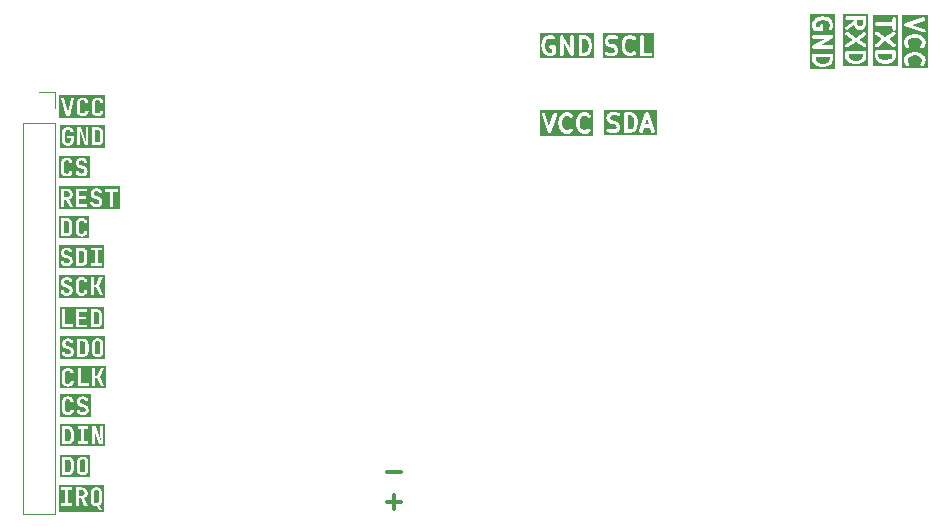
<source format=gbr>
%TF.GenerationSoftware,KiCad,Pcbnew,9.0.0*%
%TF.CreationDate,2025-06-04T21:14:10-04:00*%
%TF.ProjectId,thermal-pcb,74686572-6d61-46c2-9d70-63622e6b6963,rev?*%
%TF.SameCoordinates,Original*%
%TF.FileFunction,Legend,Top*%
%TF.FilePolarity,Positive*%
%FSLAX46Y46*%
G04 Gerber Fmt 4.6, Leading zero omitted, Abs format (unit mm)*
G04 Created by KiCad (PCBNEW 9.0.0) date 2025-06-04 21:14:10*
%MOMM*%
%LPD*%
G01*
G04 APERTURE LIST*
G04 Aperture macros list*
%AMRoundRect*
0 Rectangle with rounded corners*
0 $1 Rounding radius*
0 $2 $3 $4 $5 $6 $7 $8 $9 X,Y pos of 4 corners*
0 Add a 4 corners polygon primitive as box body*
4,1,4,$2,$3,$4,$5,$6,$7,$8,$9,$2,$3,0*
0 Add four circle primitives for the rounded corners*
1,1,$1+$1,$2,$3*
1,1,$1+$1,$4,$5*
1,1,$1+$1,$6,$7*
1,1,$1+$1,$8,$9*
0 Add four rect primitives between the rounded corners*
20,1,$1+$1,$2,$3,$4,$5,0*
20,1,$1+$1,$4,$5,$6,$7,0*
20,1,$1+$1,$6,$7,$8,$9,0*
20,1,$1+$1,$8,$9,$2,$3,0*%
G04 Aperture macros list end*
%ADD10C,0.300000*%
%ADD11C,0.120000*%
%ADD12C,1.304000*%
%ADD13RoundRect,0.102000X0.730909X-0.266029X0.266029X0.730909X-0.730909X0.266029X-0.266029X-0.730909X0*%
%ADD14R,1.700000X1.700000*%
%ADD15O,1.700000X1.700000*%
%ADD16C,0.650000*%
%ADD17O,1.000000X1.800000*%
%ADD18O,1.000000X2.100000*%
G04 APERTURE END LIST*
D10*
G36*
X145073482Y-90553361D02*
G01*
X145174089Y-90653968D01*
X145227268Y-90760327D01*
X145290224Y-91012148D01*
X145290224Y-91189507D01*
X145227268Y-91441328D01*
X145174089Y-91547688D01*
X145073483Y-91648294D01*
X144915881Y-91700828D01*
X144733081Y-91700828D01*
X144733081Y-90500828D01*
X144915884Y-90500828D01*
X145073482Y-90553361D01*
G37*
G36*
X146517826Y-91272257D02*
G01*
X146219767Y-91272257D01*
X146368796Y-90825169D01*
X146517826Y-91272257D01*
G37*
G36*
X147184286Y-92167495D02*
G01*
X142766415Y-92167495D01*
X142766415Y-90636542D01*
X142933082Y-90636542D01*
X142933082Y-90779400D01*
X142935964Y-90808664D01*
X142938026Y-90813642D01*
X142938408Y-90819018D01*
X142948918Y-90846482D01*
X143020346Y-90989339D01*
X143028274Y-91001934D01*
X143029790Y-91005593D01*
X143033169Y-91009710D01*
X143036011Y-91014225D01*
X143039005Y-91016821D01*
X143048445Y-91028324D01*
X143119874Y-91099752D01*
X143131374Y-91109190D01*
X143133971Y-91112184D01*
X143138483Y-91115024D01*
X143142604Y-91118406D01*
X143146263Y-91119921D01*
X143158857Y-91127849D01*
X143301713Y-91199278D01*
X143303855Y-91200097D01*
X143304725Y-91200742D01*
X143316996Y-91205126D01*
X143329177Y-91209787D01*
X143330257Y-91209863D01*
X143332416Y-91210635D01*
X143602154Y-91278069D01*
X143708513Y-91331248D01*
X143745517Y-91368253D01*
X143790225Y-91457667D01*
X143790225Y-91529703D01*
X143745517Y-91619117D01*
X143708514Y-91656121D01*
X143619101Y-91700828D01*
X143321711Y-91700828D01*
X143130516Y-91637097D01*
X143101842Y-91630577D01*
X143043462Y-91634727D01*
X142991115Y-91660901D01*
X142952767Y-91705115D01*
X142934259Y-91760640D01*
X142938409Y-91819020D01*
X142964583Y-91871367D01*
X143008797Y-91909715D01*
X143035648Y-91921703D01*
X143249934Y-91993131D01*
X143264446Y-91996430D01*
X143268104Y-91997946D01*
X143273406Y-91998468D01*
X143278608Y-91999651D01*
X143282562Y-91999369D01*
X143297368Y-92000828D01*
X143654510Y-92000828D01*
X143683774Y-91997946D01*
X143688752Y-91995883D01*
X143694128Y-91995502D01*
X143721591Y-91984992D01*
X143864450Y-91913564D01*
X143877044Y-91905635D01*
X143880704Y-91904120D01*
X143884824Y-91900738D01*
X143889335Y-91897899D01*
X143891929Y-91894907D01*
X143903435Y-91885465D01*
X143974863Y-91814036D01*
X143984301Y-91802535D01*
X143987295Y-91799939D01*
X143990135Y-91795426D01*
X143993517Y-91791306D01*
X143995032Y-91787646D01*
X144002960Y-91775053D01*
X144074389Y-91632197D01*
X144084898Y-91604733D01*
X144085279Y-91599358D01*
X144087343Y-91594378D01*
X144090225Y-91565114D01*
X144090225Y-91422257D01*
X144087343Y-91392993D01*
X144085279Y-91388012D01*
X144084898Y-91382638D01*
X144074389Y-91355174D01*
X144002960Y-91212318D01*
X143995032Y-91199724D01*
X143993517Y-91196065D01*
X143990135Y-91191944D01*
X143987295Y-91187432D01*
X143984301Y-91184835D01*
X143974863Y-91173335D01*
X143903435Y-91101906D01*
X143891932Y-91092466D01*
X143889336Y-91089472D01*
X143884821Y-91086630D01*
X143880704Y-91083251D01*
X143877045Y-91081735D01*
X143864450Y-91073807D01*
X143721592Y-91002378D01*
X143719451Y-91001558D01*
X143718581Y-91000914D01*
X143706325Y-90996535D01*
X143694129Y-90991868D01*
X143693045Y-90991791D01*
X143690890Y-90991021D01*
X143421152Y-90923586D01*
X143314792Y-90870406D01*
X143277787Y-90833401D01*
X143233082Y-90743990D01*
X143233082Y-90671951D01*
X143277787Y-90582540D01*
X143314792Y-90545535D01*
X143404206Y-90500828D01*
X143701599Y-90500828D01*
X143892790Y-90564559D01*
X143921464Y-90571079D01*
X143979844Y-90566930D01*
X144032191Y-90540756D01*
X144070539Y-90496542D01*
X144089047Y-90441018D01*
X144084898Y-90382638D01*
X144068993Y-90350828D01*
X144433081Y-90350828D01*
X144433081Y-91850828D01*
X144435963Y-91880092D01*
X144458361Y-91934164D01*
X144499745Y-91975548D01*
X144553817Y-91997946D01*
X144583081Y-92000828D01*
X144940224Y-92000828D01*
X144955029Y-91999369D01*
X144958984Y-91999651D01*
X144964185Y-91998468D01*
X144969488Y-91997946D01*
X144973145Y-91996430D01*
X144987658Y-91993131D01*
X145201944Y-91921703D01*
X145228795Y-91909715D01*
X145232866Y-91906183D01*
X145237846Y-91904121D01*
X145260576Y-91885466D01*
X145313975Y-91832067D01*
X145719974Y-91832067D01*
X145724123Y-91890448D01*
X145750297Y-91942795D01*
X145794511Y-91981142D01*
X145850035Y-91999650D01*
X145908416Y-91995501D01*
X145960763Y-91969327D01*
X145999110Y-91925113D01*
X146011098Y-91898262D01*
X146119767Y-91572257D01*
X146617826Y-91572257D01*
X146726494Y-91898262D01*
X146738482Y-91925113D01*
X146776829Y-91969328D01*
X146829177Y-91995501D01*
X146887557Y-91999651D01*
X146943081Y-91981142D01*
X146987295Y-91942795D01*
X147013469Y-91890448D01*
X147017619Y-91832068D01*
X147011099Y-91803394D01*
X146511098Y-90303394D01*
X146499110Y-90276543D01*
X146492087Y-90268446D01*
X146487295Y-90258861D01*
X146473086Y-90246537D01*
X146460763Y-90232329D01*
X146451177Y-90227536D01*
X146443081Y-90220514D01*
X146425237Y-90214565D01*
X146408416Y-90206155D01*
X146397727Y-90205395D01*
X146387557Y-90202005D01*
X146368791Y-90203338D01*
X146350035Y-90202006D01*
X146339867Y-90205395D01*
X146329177Y-90206155D01*
X146312353Y-90214566D01*
X146294511Y-90220514D01*
X146286416Y-90227534D01*
X146276829Y-90232328D01*
X146264503Y-90246539D01*
X146250297Y-90258861D01*
X146245504Y-90268445D01*
X146238482Y-90276543D01*
X146226494Y-90303394D01*
X145726494Y-91803394D01*
X145719974Y-91832067D01*
X145313975Y-91832067D01*
X145403433Y-91742608D01*
X145412871Y-91731106D01*
X145415866Y-91728510D01*
X145418706Y-91723996D01*
X145422088Y-91719877D01*
X145423603Y-91716217D01*
X145431531Y-91703624D01*
X145502960Y-91560768D01*
X145503779Y-91558625D01*
X145504424Y-91557756D01*
X145508808Y-91545484D01*
X145513469Y-91533304D01*
X145513545Y-91532223D01*
X145514317Y-91530065D01*
X145585745Y-91244351D01*
X145586494Y-91239279D01*
X145587342Y-91237235D01*
X145588427Y-91226212D01*
X145590047Y-91215262D01*
X145589721Y-91213074D01*
X145590224Y-91207971D01*
X145590224Y-90993685D01*
X145589721Y-90988581D01*
X145590047Y-90986394D01*
X145588427Y-90975443D01*
X145587342Y-90964421D01*
X145586494Y-90962376D01*
X145585745Y-90957305D01*
X145514317Y-90671591D01*
X145513545Y-90669432D01*
X145513469Y-90668352D01*
X145508808Y-90656171D01*
X145504424Y-90643900D01*
X145503779Y-90643030D01*
X145502960Y-90640888D01*
X145431531Y-90498032D01*
X145423604Y-90485440D01*
X145422088Y-90481778D01*
X145418704Y-90477655D01*
X145415866Y-90473146D01*
X145412873Y-90470550D01*
X145403433Y-90459048D01*
X145260576Y-90316191D01*
X145237845Y-90297536D01*
X145232865Y-90295473D01*
X145228795Y-90291943D01*
X145201944Y-90279954D01*
X144987658Y-90208526D01*
X144973150Y-90205227D01*
X144969488Y-90203710D01*
X144964179Y-90203187D01*
X144958985Y-90202006D01*
X144955035Y-90202286D01*
X144940224Y-90200828D01*
X144583081Y-90200828D01*
X144553817Y-90203710D01*
X144499745Y-90226108D01*
X144458361Y-90267492D01*
X144435963Y-90321564D01*
X144433081Y-90350828D01*
X144068993Y-90350828D01*
X144058724Y-90330290D01*
X144014510Y-90291943D01*
X143987659Y-90279954D01*
X143773373Y-90208526D01*
X143758865Y-90205227D01*
X143755203Y-90203710D01*
X143749894Y-90203187D01*
X143744700Y-90202006D01*
X143740750Y-90202286D01*
X143725939Y-90200828D01*
X143368796Y-90200828D01*
X143339532Y-90203710D01*
X143334551Y-90205773D01*
X143329177Y-90206155D01*
X143301713Y-90216664D01*
X143158857Y-90288093D01*
X143146263Y-90296020D01*
X143142604Y-90297536D01*
X143138483Y-90300917D01*
X143133971Y-90303758D01*
X143131374Y-90306751D01*
X143119874Y-90316190D01*
X143048445Y-90387618D01*
X143039005Y-90399120D01*
X143036011Y-90401717D01*
X143033169Y-90406231D01*
X143029790Y-90410349D01*
X143028274Y-90414007D01*
X143020346Y-90426603D01*
X142948918Y-90569460D01*
X142938408Y-90596924D01*
X142938026Y-90602299D01*
X142935964Y-90607278D01*
X142933082Y-90636542D01*
X142766415Y-90636542D01*
X142766415Y-90034161D01*
X147184286Y-90034161D01*
X147184286Y-92167495D01*
G37*
G36*
X146961152Y-85667495D02*
G01*
X142616415Y-85667495D01*
X142616415Y-84136542D01*
X142783082Y-84136542D01*
X142783082Y-84279400D01*
X142785964Y-84308664D01*
X142788026Y-84313642D01*
X142788408Y-84319018D01*
X142798918Y-84346482D01*
X142870346Y-84489339D01*
X142878274Y-84501934D01*
X142879790Y-84505593D01*
X142883169Y-84509710D01*
X142886011Y-84514225D01*
X142889005Y-84516821D01*
X142898445Y-84528324D01*
X142969874Y-84599752D01*
X142981374Y-84609190D01*
X142983971Y-84612184D01*
X142988483Y-84615024D01*
X142992604Y-84618406D01*
X142996263Y-84619921D01*
X143008857Y-84627849D01*
X143151713Y-84699278D01*
X143153855Y-84700097D01*
X143154725Y-84700742D01*
X143166996Y-84705126D01*
X143179177Y-84709787D01*
X143180257Y-84709863D01*
X143182416Y-84710635D01*
X143452154Y-84778069D01*
X143558513Y-84831248D01*
X143595517Y-84868253D01*
X143640225Y-84957667D01*
X143640225Y-85029703D01*
X143595517Y-85119117D01*
X143558514Y-85156121D01*
X143469101Y-85200828D01*
X143171711Y-85200828D01*
X142980516Y-85137097D01*
X142951842Y-85130577D01*
X142893462Y-85134727D01*
X142841115Y-85160901D01*
X142802767Y-85205115D01*
X142784259Y-85260640D01*
X142788409Y-85319020D01*
X142814583Y-85371367D01*
X142858797Y-85409715D01*
X142885648Y-85421703D01*
X143099934Y-85493131D01*
X143114446Y-85496430D01*
X143118104Y-85497946D01*
X143123406Y-85498468D01*
X143128608Y-85499651D01*
X143132562Y-85499369D01*
X143147368Y-85500828D01*
X143504510Y-85500828D01*
X143533774Y-85497946D01*
X143538752Y-85495883D01*
X143544128Y-85495502D01*
X143571591Y-85484992D01*
X143714450Y-85413564D01*
X143727044Y-85405635D01*
X143730704Y-85404120D01*
X143734824Y-85400738D01*
X143739335Y-85397899D01*
X143741929Y-85394907D01*
X143753435Y-85385465D01*
X143824863Y-85314036D01*
X143834301Y-85302535D01*
X143837295Y-85299939D01*
X143840135Y-85295426D01*
X143843517Y-85291306D01*
X143845032Y-85287646D01*
X143852960Y-85275053D01*
X143924389Y-85132197D01*
X143934898Y-85104733D01*
X143935279Y-85099358D01*
X143937343Y-85094378D01*
X143940225Y-85065114D01*
X143940225Y-84922257D01*
X143937343Y-84892993D01*
X143935279Y-84888012D01*
X143934898Y-84882638D01*
X143924389Y-84855174D01*
X143852960Y-84712318D01*
X143845032Y-84699724D01*
X143843517Y-84696065D01*
X143840135Y-84691944D01*
X143837295Y-84687432D01*
X143834301Y-84684835D01*
X143824863Y-84673335D01*
X143753435Y-84601906D01*
X143741932Y-84592466D01*
X143739336Y-84589472D01*
X143734821Y-84586630D01*
X143730704Y-84583251D01*
X143727045Y-84581735D01*
X143714450Y-84573807D01*
X143571592Y-84502378D01*
X143569451Y-84501558D01*
X143568581Y-84500914D01*
X143556325Y-84496535D01*
X143548877Y-84493685D01*
X144211653Y-84493685D01*
X144211653Y-84707971D01*
X144212155Y-84713074D01*
X144211830Y-84715262D01*
X144213449Y-84726212D01*
X144214535Y-84737235D01*
X144215382Y-84739279D01*
X144216132Y-84744351D01*
X144287560Y-85030065D01*
X144288331Y-85032223D01*
X144288408Y-85033304D01*
X144293066Y-85045478D01*
X144297453Y-85057756D01*
X144298097Y-85058626D01*
X144298917Y-85060767D01*
X144370346Y-85203624D01*
X144378273Y-85216217D01*
X144379789Y-85219877D01*
X144383170Y-85223996D01*
X144386011Y-85228510D01*
X144389004Y-85231106D01*
X144398444Y-85242608D01*
X144541301Y-85385466D01*
X144564031Y-85404121D01*
X144569010Y-85406183D01*
X144573082Y-85409715D01*
X144599933Y-85421703D01*
X144814219Y-85493131D01*
X144828731Y-85496430D01*
X144832389Y-85497946D01*
X144837691Y-85498468D01*
X144842893Y-85499651D01*
X144846847Y-85499369D01*
X144861653Y-85500828D01*
X145004510Y-85500828D01*
X145019315Y-85499369D01*
X145023270Y-85499651D01*
X145028471Y-85498468D01*
X145033774Y-85497946D01*
X145037431Y-85496430D01*
X145051944Y-85493131D01*
X145266230Y-85421703D01*
X145293081Y-85409715D01*
X145297154Y-85406181D01*
X145302132Y-85404120D01*
X145324863Y-85385465D01*
X145396291Y-85314036D01*
X145414945Y-85291306D01*
X145437342Y-85237233D01*
X145437341Y-85178707D01*
X145414944Y-85124635D01*
X145373558Y-85083250D01*
X145319486Y-85060853D01*
X145260960Y-85060854D01*
X145206888Y-85083251D01*
X145184157Y-85101906D01*
X145137769Y-85148294D01*
X144980167Y-85200828D01*
X144885996Y-85200828D01*
X144728393Y-85148294D01*
X144627788Y-85047688D01*
X144574607Y-84941328D01*
X144511653Y-84689507D01*
X144511653Y-84512148D01*
X144574607Y-84260327D01*
X144627788Y-84153967D01*
X144728394Y-84053361D01*
X144885996Y-84000828D01*
X144980170Y-84000828D01*
X145137768Y-84053361D01*
X145184158Y-84099751D01*
X145206888Y-84118406D01*
X145260961Y-84140802D01*
X145319487Y-84140802D01*
X145373559Y-84118406D01*
X145414945Y-84077020D01*
X145437341Y-84022948D01*
X145437341Y-83964422D01*
X145414945Y-83910349D01*
X145396290Y-83887619D01*
X145359499Y-83850828D01*
X145783081Y-83850828D01*
X145783081Y-85350828D01*
X145785963Y-85380092D01*
X145808361Y-85434164D01*
X145849745Y-85475548D01*
X145903817Y-85497946D01*
X145933081Y-85500828D01*
X146647367Y-85500828D01*
X146676631Y-85497946D01*
X146730703Y-85475548D01*
X146772087Y-85434164D01*
X146794485Y-85380092D01*
X146794485Y-85321564D01*
X146772087Y-85267492D01*
X146730703Y-85226108D01*
X146676631Y-85203710D01*
X146647367Y-85200828D01*
X146083081Y-85200828D01*
X146083081Y-83850828D01*
X146080199Y-83821564D01*
X146057801Y-83767492D01*
X146016417Y-83726108D01*
X145962345Y-83703710D01*
X145903817Y-83703710D01*
X145849745Y-83726108D01*
X145808361Y-83767492D01*
X145785963Y-83821564D01*
X145783081Y-83850828D01*
X145359499Y-83850828D01*
X145324862Y-83816191D01*
X145302131Y-83797536D01*
X145297151Y-83795473D01*
X145293081Y-83791943D01*
X145266230Y-83779954D01*
X145051944Y-83708526D01*
X145037436Y-83705227D01*
X145033774Y-83703710D01*
X145028465Y-83703187D01*
X145023271Y-83702006D01*
X145019321Y-83702286D01*
X145004510Y-83700828D01*
X144861653Y-83700828D01*
X144846841Y-83702286D01*
X144842892Y-83702006D01*
X144837697Y-83703187D01*
X144832389Y-83703710D01*
X144828727Y-83705226D01*
X144814218Y-83708526D01*
X144599933Y-83779955D01*
X144573082Y-83791943D01*
X144569012Y-83795472D01*
X144564031Y-83797536D01*
X144541301Y-83816191D01*
X144398444Y-83959048D01*
X144389004Y-83970549D01*
X144386011Y-83973146D01*
X144383170Y-83977659D01*
X144379789Y-83981779D01*
X144378273Y-83985438D01*
X144370346Y-83998032D01*
X144298917Y-84140889D01*
X144298097Y-84143029D01*
X144297453Y-84143900D01*
X144293066Y-84156177D01*
X144288408Y-84168352D01*
X144288331Y-84169432D01*
X144287560Y-84171591D01*
X144216132Y-84457305D01*
X144215382Y-84462376D01*
X144214535Y-84464421D01*
X144213449Y-84475443D01*
X144211830Y-84486394D01*
X144212155Y-84488581D01*
X144211653Y-84493685D01*
X143548877Y-84493685D01*
X143544129Y-84491868D01*
X143543045Y-84491791D01*
X143540890Y-84491021D01*
X143271152Y-84423586D01*
X143164792Y-84370406D01*
X143127787Y-84333401D01*
X143083082Y-84243990D01*
X143083082Y-84171951D01*
X143127787Y-84082540D01*
X143164792Y-84045535D01*
X143254206Y-84000828D01*
X143551599Y-84000828D01*
X143742790Y-84064559D01*
X143771464Y-84071079D01*
X143829844Y-84066930D01*
X143882191Y-84040756D01*
X143920539Y-83996542D01*
X143939047Y-83941018D01*
X143934898Y-83882638D01*
X143908724Y-83830290D01*
X143864510Y-83791943D01*
X143837659Y-83779954D01*
X143623373Y-83708526D01*
X143608865Y-83705227D01*
X143605203Y-83703710D01*
X143599894Y-83703187D01*
X143594700Y-83702006D01*
X143590750Y-83702286D01*
X143575939Y-83700828D01*
X143218796Y-83700828D01*
X143189532Y-83703710D01*
X143184551Y-83705773D01*
X143179177Y-83706155D01*
X143151713Y-83716664D01*
X143008857Y-83788093D01*
X142996263Y-83796020D01*
X142992604Y-83797536D01*
X142988483Y-83800917D01*
X142983971Y-83803758D01*
X142981374Y-83806751D01*
X142969874Y-83816190D01*
X142898445Y-83887618D01*
X142889005Y-83899120D01*
X142886011Y-83901717D01*
X142883169Y-83906231D01*
X142879790Y-83910349D01*
X142878274Y-83914007D01*
X142870346Y-83926603D01*
X142798918Y-84069460D01*
X142788408Y-84096924D01*
X142788026Y-84102299D01*
X142785964Y-84107278D01*
X142783082Y-84136542D01*
X142616415Y-84136542D01*
X142616415Y-83534161D01*
X146961152Y-83534161D01*
X146961152Y-85667495D01*
G37*
G36*
X141216340Y-84053361D02*
G01*
X141316947Y-84153968D01*
X141370126Y-84260327D01*
X141433082Y-84512148D01*
X141433082Y-84689507D01*
X141370126Y-84941328D01*
X141316947Y-85047688D01*
X141216341Y-85148294D01*
X141058739Y-85200828D01*
X140875939Y-85200828D01*
X140875939Y-84000828D01*
X141058742Y-84000828D01*
X141216340Y-84053361D01*
G37*
G36*
X141899749Y-85667495D02*
G01*
X137266415Y-85667495D01*
X137266415Y-84493685D01*
X137433082Y-84493685D01*
X137433082Y-84707971D01*
X137433584Y-84713074D01*
X137433259Y-84715262D01*
X137434878Y-84726212D01*
X137435964Y-84737235D01*
X137436811Y-84739279D01*
X137437561Y-84744351D01*
X137508989Y-85030065D01*
X137509760Y-85032223D01*
X137509837Y-85033304D01*
X137514495Y-85045478D01*
X137518882Y-85057756D01*
X137519526Y-85058626D01*
X137520346Y-85060767D01*
X137591775Y-85203624D01*
X137599702Y-85216217D01*
X137601218Y-85219877D01*
X137604599Y-85223996D01*
X137607440Y-85228510D01*
X137610433Y-85231106D01*
X137619873Y-85242608D01*
X137762730Y-85385466D01*
X137785460Y-85404121D01*
X137790439Y-85406183D01*
X137794511Y-85409715D01*
X137821362Y-85421703D01*
X138035648Y-85493131D01*
X138050160Y-85496430D01*
X138053818Y-85497946D01*
X138059120Y-85498468D01*
X138064322Y-85499651D01*
X138068276Y-85499369D01*
X138083082Y-85500828D01*
X138225939Y-85500828D01*
X138240744Y-85499369D01*
X138244699Y-85499651D01*
X138249900Y-85498468D01*
X138255203Y-85497946D01*
X138258860Y-85496430D01*
X138273373Y-85493131D01*
X138487659Y-85421703D01*
X138514510Y-85409715D01*
X138518583Y-85406181D01*
X138523561Y-85404120D01*
X138546292Y-85385465D01*
X138617720Y-85314036D01*
X138636374Y-85291306D01*
X138656545Y-85242608D01*
X138658771Y-85237235D01*
X138661653Y-85207971D01*
X138661653Y-84707971D01*
X138658771Y-84678707D01*
X138636373Y-84624635D01*
X138594989Y-84583251D01*
X138540917Y-84560853D01*
X138511653Y-84557971D01*
X138225939Y-84557971D01*
X138196675Y-84560853D01*
X138142603Y-84583251D01*
X138101219Y-84624635D01*
X138078821Y-84678707D01*
X138078821Y-84737235D01*
X138101219Y-84791307D01*
X138142603Y-84832691D01*
X138196675Y-84855089D01*
X138225939Y-84857971D01*
X138361653Y-84857971D01*
X138361653Y-85145839D01*
X138359198Y-85148294D01*
X138201596Y-85200828D01*
X138107425Y-85200828D01*
X137949822Y-85148294D01*
X137849217Y-85047688D01*
X137796036Y-84941328D01*
X137733082Y-84689507D01*
X137733082Y-84512148D01*
X137796036Y-84260327D01*
X137849217Y-84153967D01*
X137949823Y-84053361D01*
X138107425Y-84000828D01*
X138261958Y-84000828D01*
X138373142Y-84056421D01*
X138400606Y-84066930D01*
X138458986Y-84071079D01*
X138514508Y-84052572D01*
X138558724Y-84014225D01*
X138584898Y-83961876D01*
X138589047Y-83903496D01*
X138571491Y-83850828D01*
X139004510Y-83850828D01*
X139004510Y-85350828D01*
X139007392Y-85380092D01*
X139029790Y-85434164D01*
X139071174Y-85475548D01*
X139125246Y-85497946D01*
X139183774Y-85497946D01*
X139237846Y-85475548D01*
X139279230Y-85434164D01*
X139301628Y-85380092D01*
X139304510Y-85350828D01*
X139304510Y-84415661D01*
X139881417Y-85425249D01*
X139885794Y-85431416D01*
X139886933Y-85434164D01*
X139889732Y-85436963D01*
X139898438Y-85449227D01*
X139914211Y-85461442D01*
X139928317Y-85475548D01*
X139937150Y-85479206D01*
X139944712Y-85485063D01*
X139963960Y-85490312D01*
X139982389Y-85497946D01*
X139991951Y-85497946D01*
X140001176Y-85500462D01*
X140020967Y-85497946D01*
X140040917Y-85497946D01*
X140049750Y-85494286D01*
X140059236Y-85493081D01*
X140076558Y-85483182D01*
X140094989Y-85475548D01*
X140101749Y-85468787D01*
X140110052Y-85464043D01*
X140122265Y-85448271D01*
X140136373Y-85434164D01*
X140140032Y-85425328D01*
X140145887Y-85417769D01*
X140151135Y-85398524D01*
X140158771Y-85380092D01*
X140160244Y-85365127D01*
X140161287Y-85361306D01*
X140160911Y-85358354D01*
X140161653Y-85350828D01*
X140161653Y-83850828D01*
X140575939Y-83850828D01*
X140575939Y-85350828D01*
X140578821Y-85380092D01*
X140601219Y-85434164D01*
X140642603Y-85475548D01*
X140696675Y-85497946D01*
X140725939Y-85500828D01*
X141083082Y-85500828D01*
X141097887Y-85499369D01*
X141101842Y-85499651D01*
X141107043Y-85498468D01*
X141112346Y-85497946D01*
X141116003Y-85496430D01*
X141130516Y-85493131D01*
X141344802Y-85421703D01*
X141371653Y-85409715D01*
X141375724Y-85406183D01*
X141380704Y-85404121D01*
X141403434Y-85385466D01*
X141546291Y-85242608D01*
X141555729Y-85231106D01*
X141558724Y-85228510D01*
X141561564Y-85223996D01*
X141564946Y-85219877D01*
X141566461Y-85216217D01*
X141574389Y-85203624D01*
X141645818Y-85060768D01*
X141646637Y-85058625D01*
X141647282Y-85057756D01*
X141651666Y-85045484D01*
X141656327Y-85033304D01*
X141656403Y-85032223D01*
X141657175Y-85030065D01*
X141728603Y-84744351D01*
X141729352Y-84739279D01*
X141730200Y-84737235D01*
X141731285Y-84726212D01*
X141732905Y-84715262D01*
X141732579Y-84713074D01*
X141733082Y-84707971D01*
X141733082Y-84493685D01*
X141732579Y-84488581D01*
X141732905Y-84486394D01*
X141731285Y-84475443D01*
X141730200Y-84464421D01*
X141729352Y-84462376D01*
X141728603Y-84457305D01*
X141657175Y-84171591D01*
X141656403Y-84169432D01*
X141656327Y-84168352D01*
X141651666Y-84156171D01*
X141647282Y-84143900D01*
X141646637Y-84143030D01*
X141645818Y-84140888D01*
X141574389Y-83998032D01*
X141566462Y-83985440D01*
X141564946Y-83981778D01*
X141561562Y-83977655D01*
X141558724Y-83973146D01*
X141555731Y-83970550D01*
X141546291Y-83959048D01*
X141403434Y-83816191D01*
X141380703Y-83797536D01*
X141375723Y-83795473D01*
X141371653Y-83791943D01*
X141344802Y-83779954D01*
X141130516Y-83708526D01*
X141116008Y-83705227D01*
X141112346Y-83703710D01*
X141107037Y-83703187D01*
X141101843Y-83702006D01*
X141097893Y-83702286D01*
X141083082Y-83700828D01*
X140725939Y-83700828D01*
X140696675Y-83703710D01*
X140642603Y-83726108D01*
X140601219Y-83767492D01*
X140578821Y-83821564D01*
X140575939Y-83850828D01*
X140161653Y-83850828D01*
X140158771Y-83821564D01*
X140136373Y-83767492D01*
X140094989Y-83726108D01*
X140040917Y-83703710D01*
X139982389Y-83703710D01*
X139928317Y-83726108D01*
X139886933Y-83767492D01*
X139864535Y-83821564D01*
X139861653Y-83850828D01*
X139861653Y-84785992D01*
X139284746Y-83776407D01*
X139280368Y-83770239D01*
X139279230Y-83767492D01*
X139276430Y-83764692D01*
X139267725Y-83752429D01*
X139251953Y-83740215D01*
X139237846Y-83726108D01*
X139229010Y-83722448D01*
X139221451Y-83716594D01*
X139202206Y-83711345D01*
X139183774Y-83703710D01*
X139174212Y-83703710D01*
X139164987Y-83701194D01*
X139145196Y-83703710D01*
X139125246Y-83703710D01*
X139116412Y-83707369D01*
X139106927Y-83708575D01*
X139089604Y-83718473D01*
X139071174Y-83726108D01*
X139064413Y-83732868D01*
X139056111Y-83737613D01*
X139043897Y-83753384D01*
X139029790Y-83767492D01*
X139026130Y-83776327D01*
X139020276Y-83783887D01*
X139015027Y-83803131D01*
X139007392Y-83821564D01*
X139005918Y-83836530D01*
X139004876Y-83840351D01*
X139005251Y-83843302D01*
X139004510Y-83850828D01*
X138571491Y-83850828D01*
X138570539Y-83847973D01*
X138532193Y-83803758D01*
X138507307Y-83788093D01*
X138364450Y-83716664D01*
X138336987Y-83706155D01*
X138331612Y-83705773D01*
X138326632Y-83703710D01*
X138297368Y-83700828D01*
X138083082Y-83700828D01*
X138068270Y-83702286D01*
X138064321Y-83702006D01*
X138059126Y-83703187D01*
X138053818Y-83703710D01*
X138050156Y-83705226D01*
X138035647Y-83708526D01*
X137821362Y-83779955D01*
X137794511Y-83791943D01*
X137790441Y-83795472D01*
X137785460Y-83797536D01*
X137762730Y-83816191D01*
X137619873Y-83959048D01*
X137610433Y-83970549D01*
X137607440Y-83973146D01*
X137604599Y-83977659D01*
X137601218Y-83981779D01*
X137599702Y-83985438D01*
X137591775Y-83998032D01*
X137520346Y-84140889D01*
X137519526Y-84143029D01*
X137518882Y-84143900D01*
X137514495Y-84156177D01*
X137509837Y-84168352D01*
X137509760Y-84169432D01*
X137508989Y-84171591D01*
X137437561Y-84457305D01*
X137436811Y-84462376D01*
X137435964Y-84464421D01*
X137434878Y-84475443D01*
X137433259Y-84486394D01*
X137433584Y-84488581D01*
X137433082Y-84493685D01*
X137266415Y-84493685D01*
X137266415Y-83534161D01*
X141899749Y-83534161D01*
X141899749Y-85667495D01*
G37*
G36*
X141761152Y-92217495D02*
G01*
X137274736Y-92217495D01*
X137274736Y-90419589D01*
X137441403Y-90419589D01*
X137447923Y-90448262D01*
X137947923Y-91948262D01*
X137959911Y-91975113D01*
X137966933Y-91983210D01*
X137971726Y-91992795D01*
X137985932Y-92005116D01*
X137998258Y-92019328D01*
X138007845Y-92024121D01*
X138015940Y-92031142D01*
X138033782Y-92037089D01*
X138050606Y-92045501D01*
X138061296Y-92046260D01*
X138071464Y-92049650D01*
X138090220Y-92048317D01*
X138108986Y-92049651D01*
X138119156Y-92046260D01*
X138129845Y-92045501D01*
X138146666Y-92037090D01*
X138164510Y-92031142D01*
X138172606Y-92024119D01*
X138182192Y-92019327D01*
X138194515Y-92005118D01*
X138208724Y-91992795D01*
X138213516Y-91983209D01*
X138220539Y-91975113D01*
X138232527Y-91948262D01*
X138534053Y-91043685D01*
X138868796Y-91043685D01*
X138868796Y-91257971D01*
X138869298Y-91263074D01*
X138868973Y-91265262D01*
X138870592Y-91276212D01*
X138871678Y-91287235D01*
X138872525Y-91289279D01*
X138873275Y-91294351D01*
X138944703Y-91580065D01*
X138945474Y-91582223D01*
X138945551Y-91583304D01*
X138950209Y-91595478D01*
X138954596Y-91607756D01*
X138955240Y-91608626D01*
X138956060Y-91610767D01*
X139027489Y-91753624D01*
X139035416Y-91766217D01*
X139036932Y-91769877D01*
X139040313Y-91773996D01*
X139043154Y-91778510D01*
X139046147Y-91781106D01*
X139055587Y-91792608D01*
X139198444Y-91935466D01*
X139221174Y-91954121D01*
X139226153Y-91956183D01*
X139230225Y-91959715D01*
X139257076Y-91971703D01*
X139471362Y-92043131D01*
X139485874Y-92046430D01*
X139489532Y-92047946D01*
X139494834Y-92048468D01*
X139500036Y-92049651D01*
X139503990Y-92049369D01*
X139518796Y-92050828D01*
X139661653Y-92050828D01*
X139676458Y-92049369D01*
X139680413Y-92049651D01*
X139685614Y-92048468D01*
X139690917Y-92047946D01*
X139694574Y-92046430D01*
X139709087Y-92043131D01*
X139923373Y-91971703D01*
X139950224Y-91959715D01*
X139954297Y-91956181D01*
X139959275Y-91954120D01*
X139982006Y-91935465D01*
X140053434Y-91864036D01*
X140072088Y-91841306D01*
X140094485Y-91787233D01*
X140094484Y-91728707D01*
X140072087Y-91674635D01*
X140030701Y-91633250D01*
X139976629Y-91610853D01*
X139918103Y-91610854D01*
X139864031Y-91633251D01*
X139841300Y-91651906D01*
X139794912Y-91698294D01*
X139637310Y-91750828D01*
X139543139Y-91750828D01*
X139385536Y-91698294D01*
X139284931Y-91597688D01*
X139231750Y-91491328D01*
X139168796Y-91239507D01*
X139168796Y-91062148D01*
X139173412Y-91043685D01*
X140368796Y-91043685D01*
X140368796Y-91257971D01*
X140369298Y-91263074D01*
X140368973Y-91265262D01*
X140370592Y-91276212D01*
X140371678Y-91287235D01*
X140372525Y-91289279D01*
X140373275Y-91294351D01*
X140444703Y-91580065D01*
X140445474Y-91582223D01*
X140445551Y-91583304D01*
X140450209Y-91595478D01*
X140454596Y-91607756D01*
X140455240Y-91608626D01*
X140456060Y-91610767D01*
X140527489Y-91753624D01*
X140535416Y-91766217D01*
X140536932Y-91769877D01*
X140540313Y-91773996D01*
X140543154Y-91778510D01*
X140546147Y-91781106D01*
X140555587Y-91792608D01*
X140698444Y-91935466D01*
X140721174Y-91954121D01*
X140726153Y-91956183D01*
X140730225Y-91959715D01*
X140757076Y-91971703D01*
X140971362Y-92043131D01*
X140985874Y-92046430D01*
X140989532Y-92047946D01*
X140994834Y-92048468D01*
X141000036Y-92049651D01*
X141003990Y-92049369D01*
X141018796Y-92050828D01*
X141161653Y-92050828D01*
X141176458Y-92049369D01*
X141180413Y-92049651D01*
X141185614Y-92048468D01*
X141190917Y-92047946D01*
X141194574Y-92046430D01*
X141209087Y-92043131D01*
X141423373Y-91971703D01*
X141450224Y-91959715D01*
X141454297Y-91956181D01*
X141459275Y-91954120D01*
X141482006Y-91935465D01*
X141553434Y-91864036D01*
X141572088Y-91841306D01*
X141594485Y-91787233D01*
X141594484Y-91728707D01*
X141572087Y-91674635D01*
X141530701Y-91633250D01*
X141476629Y-91610853D01*
X141418103Y-91610854D01*
X141364031Y-91633251D01*
X141341300Y-91651906D01*
X141294912Y-91698294D01*
X141137310Y-91750828D01*
X141043139Y-91750828D01*
X140885536Y-91698294D01*
X140784931Y-91597688D01*
X140731750Y-91491328D01*
X140668796Y-91239507D01*
X140668796Y-91062148D01*
X140731750Y-90810327D01*
X140784931Y-90703967D01*
X140885537Y-90603361D01*
X141043139Y-90550828D01*
X141137313Y-90550828D01*
X141294911Y-90603361D01*
X141341301Y-90649751D01*
X141364031Y-90668406D01*
X141418104Y-90690802D01*
X141476630Y-90690802D01*
X141530702Y-90668406D01*
X141572088Y-90627020D01*
X141594484Y-90572948D01*
X141594484Y-90514422D01*
X141572088Y-90460349D01*
X141553433Y-90437619D01*
X141482005Y-90366191D01*
X141459274Y-90347536D01*
X141454294Y-90345473D01*
X141450224Y-90341943D01*
X141423373Y-90329954D01*
X141209087Y-90258526D01*
X141194579Y-90255227D01*
X141190917Y-90253710D01*
X141185608Y-90253187D01*
X141180414Y-90252006D01*
X141176464Y-90252286D01*
X141161653Y-90250828D01*
X141018796Y-90250828D01*
X141003984Y-90252286D01*
X141000035Y-90252006D01*
X140994840Y-90253187D01*
X140989532Y-90253710D01*
X140985870Y-90255226D01*
X140971361Y-90258526D01*
X140757076Y-90329955D01*
X140730225Y-90341943D01*
X140726155Y-90345472D01*
X140721174Y-90347536D01*
X140698444Y-90366191D01*
X140555587Y-90509048D01*
X140546147Y-90520549D01*
X140543154Y-90523146D01*
X140540313Y-90527659D01*
X140536932Y-90531779D01*
X140535416Y-90535438D01*
X140527489Y-90548032D01*
X140456060Y-90690889D01*
X140455240Y-90693029D01*
X140454596Y-90693900D01*
X140450209Y-90706177D01*
X140445551Y-90718352D01*
X140445474Y-90719432D01*
X140444703Y-90721591D01*
X140373275Y-91007305D01*
X140372525Y-91012376D01*
X140371678Y-91014421D01*
X140370592Y-91025443D01*
X140368973Y-91036394D01*
X140369298Y-91038581D01*
X140368796Y-91043685D01*
X139173412Y-91043685D01*
X139231750Y-90810327D01*
X139284931Y-90703967D01*
X139385537Y-90603361D01*
X139543139Y-90550828D01*
X139637313Y-90550828D01*
X139794911Y-90603361D01*
X139841301Y-90649751D01*
X139864031Y-90668406D01*
X139918104Y-90690802D01*
X139976630Y-90690802D01*
X140030702Y-90668406D01*
X140072088Y-90627020D01*
X140094484Y-90572948D01*
X140094484Y-90514422D01*
X140072088Y-90460349D01*
X140053433Y-90437619D01*
X139982005Y-90366191D01*
X139959274Y-90347536D01*
X139954294Y-90345473D01*
X139950224Y-90341943D01*
X139923373Y-90329954D01*
X139709087Y-90258526D01*
X139694579Y-90255227D01*
X139690917Y-90253710D01*
X139685608Y-90253187D01*
X139680414Y-90252006D01*
X139676464Y-90252286D01*
X139661653Y-90250828D01*
X139518796Y-90250828D01*
X139503984Y-90252286D01*
X139500035Y-90252006D01*
X139494840Y-90253187D01*
X139489532Y-90253710D01*
X139485870Y-90255226D01*
X139471361Y-90258526D01*
X139257076Y-90329955D01*
X139230225Y-90341943D01*
X139226155Y-90345472D01*
X139221174Y-90347536D01*
X139198444Y-90366191D01*
X139055587Y-90509048D01*
X139046147Y-90520549D01*
X139043154Y-90523146D01*
X139040313Y-90527659D01*
X139036932Y-90531779D01*
X139035416Y-90535438D01*
X139027489Y-90548032D01*
X138956060Y-90690889D01*
X138955240Y-90693029D01*
X138954596Y-90693900D01*
X138950209Y-90706177D01*
X138945551Y-90718352D01*
X138945474Y-90719432D01*
X138944703Y-90721591D01*
X138873275Y-91007305D01*
X138872525Y-91012376D01*
X138871678Y-91014421D01*
X138870592Y-91025443D01*
X138868973Y-91036394D01*
X138869298Y-91038581D01*
X138868796Y-91043685D01*
X138534053Y-91043685D01*
X138732528Y-90448262D01*
X138739048Y-90419588D01*
X138734898Y-90361208D01*
X138708724Y-90308861D01*
X138664510Y-90270514D01*
X138608986Y-90252005D01*
X138550606Y-90256155D01*
X138498258Y-90282328D01*
X138459911Y-90326543D01*
X138447923Y-90353394D01*
X138090225Y-91426486D01*
X137732527Y-90353394D01*
X137720539Y-90326543D01*
X137682192Y-90282329D01*
X137629845Y-90256155D01*
X137571464Y-90252006D01*
X137515940Y-90270514D01*
X137471726Y-90308861D01*
X137445552Y-90361208D01*
X137441403Y-90419589D01*
X137274736Y-90419589D01*
X137274736Y-90084161D01*
X141761152Y-90084161D01*
X141761152Y-92217495D01*
G37*
G36*
X170115838Y-86511152D02*
G01*
X167982504Y-86511152D01*
X167982504Y-85768796D01*
X168149171Y-85768796D01*
X168149171Y-85911653D01*
X168150629Y-85926464D01*
X168150349Y-85930414D01*
X168151530Y-85935608D01*
X168152053Y-85940917D01*
X168153570Y-85944579D01*
X168156869Y-85959087D01*
X168228297Y-86173373D01*
X168240286Y-86200224D01*
X168243816Y-86204294D01*
X168245879Y-86209274D01*
X168264534Y-86232005D01*
X168335962Y-86303433D01*
X168358692Y-86322088D01*
X168412765Y-86344484D01*
X168471291Y-86344484D01*
X168525363Y-86322088D01*
X168566749Y-86280702D01*
X168589145Y-86226630D01*
X168589145Y-86168104D01*
X168566749Y-86114031D01*
X168548094Y-86091301D01*
X168501704Y-86044911D01*
X168449171Y-85887312D01*
X168449171Y-85793136D01*
X168501704Y-85635537D01*
X168602311Y-85534930D01*
X168708670Y-85481751D01*
X168960492Y-85418796D01*
X169137850Y-85418796D01*
X169389671Y-85481750D01*
X169496031Y-85534931D01*
X169596637Y-85635537D01*
X169649171Y-85793138D01*
X169649171Y-85887310D01*
X169596637Y-86044911D01*
X169550248Y-86091301D01*
X169531593Y-86114032D01*
X169509196Y-86168104D01*
X169509196Y-86226630D01*
X169531593Y-86280702D01*
X169572979Y-86322088D01*
X169627051Y-86344485D01*
X169685577Y-86344485D01*
X169739649Y-86322088D01*
X169762380Y-86303433D01*
X169833808Y-86232005D01*
X169852463Y-86209275D01*
X169854526Y-86204294D01*
X169858056Y-86200224D01*
X169870044Y-86173373D01*
X169941473Y-85959088D01*
X169944772Y-85944578D01*
X169946289Y-85940917D01*
X169946811Y-85935608D01*
X169947993Y-85930414D01*
X169947712Y-85926464D01*
X169949171Y-85911653D01*
X169949171Y-85768796D01*
X169947712Y-85753984D01*
X169947993Y-85750035D01*
X169946811Y-85744840D01*
X169946289Y-85739532D01*
X169944772Y-85735870D01*
X169941473Y-85721361D01*
X169870044Y-85507076D01*
X169858056Y-85480225D01*
X169854526Y-85476155D01*
X169852463Y-85471174D01*
X169833808Y-85448444D01*
X169690951Y-85305587D01*
X169679449Y-85296147D01*
X169676853Y-85293154D01*
X169672339Y-85290313D01*
X169668220Y-85286932D01*
X169664560Y-85285416D01*
X169651967Y-85277489D01*
X169509110Y-85206060D01*
X169506969Y-85205240D01*
X169506099Y-85204596D01*
X169493821Y-85200209D01*
X169481647Y-85195551D01*
X169480566Y-85195474D01*
X169478408Y-85194703D01*
X169192694Y-85123275D01*
X169187622Y-85122525D01*
X169185578Y-85121678D01*
X169174555Y-85120592D01*
X169163605Y-85118973D01*
X169161417Y-85119298D01*
X169156314Y-85118796D01*
X168942028Y-85118796D01*
X168936924Y-85119298D01*
X168934737Y-85118973D01*
X168923786Y-85120592D01*
X168912764Y-85121678D01*
X168910719Y-85122525D01*
X168905648Y-85123275D01*
X168619934Y-85194703D01*
X168617775Y-85195474D01*
X168616695Y-85195551D01*
X168604514Y-85200211D01*
X168592243Y-85204596D01*
X168591373Y-85205240D01*
X168589231Y-85206060D01*
X168446375Y-85277489D01*
X168433783Y-85285415D01*
X168430121Y-85286932D01*
X168425998Y-85290315D01*
X168421489Y-85293154D01*
X168418893Y-85296146D01*
X168407391Y-85305587D01*
X168264534Y-85448444D01*
X168245879Y-85471175D01*
X168243816Y-85476154D01*
X168240286Y-85480225D01*
X168228297Y-85507076D01*
X168156869Y-85721362D01*
X168153570Y-85735869D01*
X168152053Y-85739532D01*
X168151530Y-85744840D01*
X168150349Y-85750035D01*
X168150629Y-85753984D01*
X168149171Y-85768796D01*
X167982504Y-85768796D01*
X167982504Y-84268796D01*
X168149171Y-84268796D01*
X168149171Y-84411653D01*
X168150629Y-84426464D01*
X168150349Y-84430414D01*
X168151530Y-84435608D01*
X168152053Y-84440917D01*
X168153570Y-84444579D01*
X168156869Y-84459087D01*
X168228297Y-84673373D01*
X168240286Y-84700224D01*
X168243816Y-84704294D01*
X168245879Y-84709274D01*
X168264534Y-84732005D01*
X168335962Y-84803433D01*
X168358692Y-84822088D01*
X168412765Y-84844484D01*
X168471291Y-84844484D01*
X168525363Y-84822088D01*
X168566749Y-84780702D01*
X168589145Y-84726630D01*
X168589145Y-84668104D01*
X168566749Y-84614031D01*
X168548094Y-84591301D01*
X168501704Y-84544911D01*
X168449171Y-84387312D01*
X168449171Y-84293136D01*
X168501704Y-84135537D01*
X168602311Y-84034930D01*
X168708670Y-83981751D01*
X168960492Y-83918796D01*
X169137850Y-83918796D01*
X169389671Y-83981750D01*
X169496031Y-84034931D01*
X169596637Y-84135537D01*
X169649171Y-84293138D01*
X169649171Y-84387310D01*
X169596637Y-84544911D01*
X169550248Y-84591301D01*
X169531593Y-84614032D01*
X169509196Y-84668104D01*
X169509196Y-84726630D01*
X169531593Y-84780702D01*
X169572979Y-84822088D01*
X169627051Y-84844485D01*
X169685577Y-84844485D01*
X169739649Y-84822088D01*
X169762380Y-84803433D01*
X169833808Y-84732005D01*
X169852463Y-84709275D01*
X169854526Y-84704294D01*
X169858056Y-84700224D01*
X169870044Y-84673373D01*
X169941473Y-84459088D01*
X169944772Y-84444578D01*
X169946289Y-84440917D01*
X169946811Y-84435608D01*
X169947993Y-84430414D01*
X169947712Y-84426464D01*
X169949171Y-84411653D01*
X169949171Y-84268796D01*
X169947712Y-84253984D01*
X169947993Y-84250035D01*
X169946811Y-84244840D01*
X169946289Y-84239532D01*
X169944772Y-84235870D01*
X169941473Y-84221361D01*
X169870044Y-84007076D01*
X169858056Y-83980225D01*
X169854526Y-83976155D01*
X169852463Y-83971174D01*
X169833808Y-83948444D01*
X169690951Y-83805587D01*
X169679449Y-83796147D01*
X169676853Y-83793154D01*
X169672339Y-83790313D01*
X169668220Y-83786932D01*
X169664560Y-83785416D01*
X169651967Y-83777489D01*
X169509110Y-83706060D01*
X169506969Y-83705240D01*
X169506099Y-83704596D01*
X169493821Y-83700209D01*
X169481647Y-83695551D01*
X169480566Y-83695474D01*
X169478408Y-83694703D01*
X169192694Y-83623275D01*
X169187622Y-83622525D01*
X169185578Y-83621678D01*
X169174555Y-83620592D01*
X169163605Y-83618973D01*
X169161417Y-83619298D01*
X169156314Y-83618796D01*
X168942028Y-83618796D01*
X168936924Y-83619298D01*
X168934737Y-83618973D01*
X168923786Y-83620592D01*
X168912764Y-83621678D01*
X168910719Y-83622525D01*
X168905648Y-83623275D01*
X168619934Y-83694703D01*
X168617775Y-83695474D01*
X168616695Y-83695551D01*
X168604514Y-83700211D01*
X168592243Y-83704596D01*
X168591373Y-83705240D01*
X168589231Y-83706060D01*
X168446375Y-83777489D01*
X168433783Y-83785415D01*
X168430121Y-83786932D01*
X168425998Y-83790315D01*
X168421489Y-83793154D01*
X168418893Y-83796146D01*
X168407391Y-83805587D01*
X168264534Y-83948444D01*
X168245879Y-83971175D01*
X168243816Y-83976154D01*
X168240286Y-83980225D01*
X168228297Y-84007076D01*
X168156869Y-84221362D01*
X168153570Y-84235869D01*
X168152053Y-84239532D01*
X168151530Y-84244840D01*
X168150349Y-84250035D01*
X168150629Y-84253984D01*
X168149171Y-84268796D01*
X167982504Y-84268796D01*
X167982504Y-82821464D01*
X168150349Y-82821464D01*
X168151682Y-82840225D01*
X168150349Y-82858986D01*
X168153738Y-82869153D01*
X168154498Y-82879845D01*
X168162909Y-82896668D01*
X168168857Y-82914510D01*
X168175879Y-82922606D01*
X168180672Y-82932192D01*
X168194880Y-82944515D01*
X168207204Y-82958724D01*
X168216789Y-82963516D01*
X168224886Y-82970539D01*
X168251737Y-82982527D01*
X169751737Y-83482528D01*
X169780411Y-83489048D01*
X169838791Y-83484898D01*
X169891138Y-83458724D01*
X169929485Y-83414510D01*
X169947994Y-83358986D01*
X169943844Y-83300606D01*
X169917671Y-83248258D01*
X169873456Y-83209911D01*
X169846605Y-83197923D01*
X168773511Y-82840225D01*
X169846605Y-82482527D01*
X169873456Y-82470539D01*
X169917671Y-82432192D01*
X169943844Y-82379844D01*
X169947994Y-82321464D01*
X169929485Y-82265940D01*
X169891138Y-82221726D01*
X169838791Y-82195552D01*
X169780411Y-82191402D01*
X169751737Y-82197922D01*
X168251737Y-82697923D01*
X168224886Y-82709911D01*
X168216789Y-82716933D01*
X168207204Y-82721726D01*
X168194880Y-82735934D01*
X168180672Y-82748258D01*
X168175879Y-82757843D01*
X168168857Y-82765940D01*
X168162909Y-82783781D01*
X168154498Y-82800605D01*
X168153738Y-82811296D01*
X168150349Y-82821464D01*
X167982504Y-82821464D01*
X167982504Y-82024735D01*
X170115838Y-82024735D01*
X170115838Y-86511152D01*
G37*
G36*
X167149171Y-85458738D02*
G01*
X167096637Y-85616339D01*
X166996031Y-85716945D01*
X166889671Y-85770126D01*
X166637850Y-85833081D01*
X166460492Y-85833081D01*
X166208670Y-85770125D01*
X166102311Y-85716946D01*
X166001704Y-85616339D01*
X165949171Y-85458740D01*
X165949171Y-85275938D01*
X167149171Y-85275938D01*
X167149171Y-85458738D01*
G37*
G36*
X167615838Y-86299748D02*
G01*
X165482504Y-86299748D01*
X165482504Y-85125938D01*
X165649171Y-85125938D01*
X165649171Y-85483081D01*
X165650629Y-85497892D01*
X165650349Y-85501842D01*
X165651530Y-85507036D01*
X165652053Y-85512345D01*
X165653570Y-85516007D01*
X165656869Y-85530515D01*
X165728297Y-85744801D01*
X165740286Y-85771652D01*
X165743816Y-85775722D01*
X165745879Y-85780702D01*
X165764534Y-85803433D01*
X165907391Y-85946290D01*
X165918893Y-85955730D01*
X165921489Y-85958723D01*
X165925998Y-85961561D01*
X165930121Y-85964945D01*
X165933783Y-85966461D01*
X165946375Y-85974388D01*
X166089231Y-86045817D01*
X166091373Y-86046636D01*
X166092243Y-86047281D01*
X166104514Y-86051665D01*
X166116695Y-86056326D01*
X166117775Y-86056402D01*
X166119934Y-86057174D01*
X166405648Y-86128602D01*
X166410719Y-86129351D01*
X166412764Y-86130199D01*
X166423786Y-86131284D01*
X166434737Y-86132904D01*
X166436924Y-86132578D01*
X166442028Y-86133081D01*
X166656314Y-86133081D01*
X166661417Y-86132578D01*
X166663605Y-86132904D01*
X166674555Y-86131284D01*
X166685578Y-86130199D01*
X166687622Y-86129351D01*
X166692694Y-86128602D01*
X166978408Y-86057174D01*
X166980566Y-86056402D01*
X166981647Y-86056326D01*
X166993821Y-86051667D01*
X167006099Y-86047281D01*
X167006969Y-86046636D01*
X167009110Y-86045817D01*
X167151967Y-85974388D01*
X167164560Y-85966460D01*
X167168220Y-85964945D01*
X167172339Y-85961563D01*
X167176853Y-85958723D01*
X167179449Y-85955729D01*
X167190951Y-85946290D01*
X167333808Y-85803433D01*
X167352463Y-85780703D01*
X167354526Y-85775721D01*
X167358056Y-85771652D01*
X167370044Y-85744801D01*
X167441473Y-85530516D01*
X167444772Y-85516006D01*
X167446289Y-85512345D01*
X167446811Y-85507036D01*
X167447993Y-85501842D01*
X167447712Y-85497892D01*
X167449171Y-85483081D01*
X167449171Y-85125938D01*
X167446289Y-85096674D01*
X167423891Y-85042602D01*
X167382507Y-85001218D01*
X167328435Y-84978820D01*
X167299171Y-84975938D01*
X165799171Y-84975938D01*
X165769907Y-84978820D01*
X165715835Y-85001218D01*
X165674451Y-85042602D01*
X165652053Y-85096674D01*
X165649171Y-85125938D01*
X165482504Y-85125938D01*
X165482504Y-83554668D01*
X165649171Y-83554668D01*
X165660649Y-83612057D01*
X165693215Y-83660687D01*
X165715966Y-83679318D01*
X166278754Y-84054510D01*
X165715966Y-84429702D01*
X165693215Y-84448333D01*
X165660649Y-84496963D01*
X165649171Y-84554352D01*
X165660529Y-84611767D01*
X165692994Y-84660466D01*
X165741624Y-84693032D01*
X165799013Y-84704510D01*
X165856428Y-84693152D01*
X165882376Y-84679318D01*
X166549170Y-84234787D01*
X167215966Y-84679318D01*
X167241914Y-84693153D01*
X167299329Y-84704510D01*
X167356718Y-84693032D01*
X167405348Y-84660466D01*
X167437814Y-84611767D01*
X167449171Y-84554353D01*
X167437693Y-84496963D01*
X167405127Y-84448333D01*
X167382376Y-84429703D01*
X166819587Y-84054510D01*
X167382376Y-83679317D01*
X167405127Y-83660687D01*
X167437693Y-83612057D01*
X167449171Y-83554667D01*
X167437814Y-83497253D01*
X167405348Y-83448554D01*
X167356718Y-83415988D01*
X167299329Y-83404510D01*
X167241914Y-83415867D01*
X167215966Y-83429702D01*
X166549170Y-83874232D01*
X165882376Y-83429702D01*
X165856428Y-83415868D01*
X165799013Y-83404510D01*
X165741624Y-83415988D01*
X165692994Y-83448554D01*
X165660529Y-83497253D01*
X165649171Y-83554668D01*
X165482504Y-83554668D01*
X165482504Y-82739532D01*
X165652053Y-82739532D01*
X165652053Y-82798060D01*
X165674451Y-82852132D01*
X165715835Y-82893516D01*
X165769907Y-82915914D01*
X165799171Y-82918796D01*
X167149171Y-82918796D01*
X167149171Y-83197368D01*
X167152053Y-83226632D01*
X167174451Y-83280704D01*
X167215835Y-83322088D01*
X167269907Y-83344486D01*
X167328435Y-83344486D01*
X167382507Y-83322088D01*
X167423891Y-83280704D01*
X167446289Y-83226632D01*
X167449171Y-83197368D01*
X167449171Y-82340225D01*
X167446289Y-82310961D01*
X167423891Y-82256889D01*
X167382507Y-82215505D01*
X167328435Y-82193107D01*
X167269907Y-82193107D01*
X167215835Y-82215505D01*
X167174451Y-82256889D01*
X167152053Y-82310961D01*
X167149171Y-82340225D01*
X167149171Y-82618796D01*
X165799171Y-82618796D01*
X165769907Y-82621678D01*
X165715835Y-82644076D01*
X165674451Y-82685460D01*
X165652053Y-82739532D01*
X165482504Y-82739532D01*
X165482504Y-82026440D01*
X167615838Y-82026440D01*
X167615838Y-86299748D01*
G37*
G36*
X164649171Y-85515881D02*
G01*
X164596637Y-85673482D01*
X164496031Y-85774088D01*
X164389671Y-85827269D01*
X164137850Y-85890224D01*
X163960492Y-85890224D01*
X163708670Y-85827268D01*
X163602311Y-85774089D01*
X163501704Y-85673482D01*
X163449171Y-85515883D01*
X163449171Y-85333081D01*
X164649171Y-85333081D01*
X164649171Y-85515881D01*
G37*
G36*
X164649171Y-82790528D02*
G01*
X164604463Y-82879942D01*
X164567458Y-82916947D01*
X164478047Y-82961653D01*
X164334581Y-82961653D01*
X164245167Y-82916946D01*
X164208162Y-82879941D01*
X164163457Y-82790529D01*
X164163457Y-82404510D01*
X164649171Y-82404510D01*
X164649171Y-82790528D01*
G37*
G36*
X165115838Y-86356891D02*
G01*
X162982504Y-86356891D01*
X162982504Y-85183081D01*
X163149171Y-85183081D01*
X163149171Y-85540224D01*
X163150629Y-85555035D01*
X163150349Y-85558985D01*
X163151530Y-85564179D01*
X163152053Y-85569488D01*
X163153570Y-85573150D01*
X163156869Y-85587658D01*
X163228297Y-85801944D01*
X163240286Y-85828795D01*
X163243816Y-85832865D01*
X163245879Y-85837845D01*
X163264534Y-85860576D01*
X163407391Y-86003433D01*
X163418893Y-86012873D01*
X163421489Y-86015866D01*
X163425998Y-86018704D01*
X163430121Y-86022088D01*
X163433783Y-86023604D01*
X163446375Y-86031531D01*
X163589231Y-86102960D01*
X163591373Y-86103779D01*
X163592243Y-86104424D01*
X163604514Y-86108808D01*
X163616695Y-86113469D01*
X163617775Y-86113545D01*
X163619934Y-86114317D01*
X163905648Y-86185745D01*
X163910719Y-86186494D01*
X163912764Y-86187342D01*
X163923786Y-86188427D01*
X163934737Y-86190047D01*
X163936924Y-86189721D01*
X163942028Y-86190224D01*
X164156314Y-86190224D01*
X164161417Y-86189721D01*
X164163605Y-86190047D01*
X164174555Y-86188427D01*
X164185578Y-86187342D01*
X164187622Y-86186494D01*
X164192694Y-86185745D01*
X164478408Y-86114317D01*
X164480566Y-86113545D01*
X164481647Y-86113469D01*
X164493821Y-86108810D01*
X164506099Y-86104424D01*
X164506969Y-86103779D01*
X164509110Y-86102960D01*
X164651967Y-86031531D01*
X164664560Y-86023603D01*
X164668220Y-86022088D01*
X164672339Y-86018706D01*
X164676853Y-86015866D01*
X164679449Y-86012872D01*
X164690951Y-86003433D01*
X164833808Y-85860576D01*
X164852463Y-85837846D01*
X164854526Y-85832864D01*
X164858056Y-85828795D01*
X164870044Y-85801944D01*
X164941473Y-85587659D01*
X164944772Y-85573149D01*
X164946289Y-85569488D01*
X164946811Y-85564179D01*
X164947993Y-85558985D01*
X164947712Y-85555035D01*
X164949171Y-85540224D01*
X164949171Y-85183081D01*
X164946289Y-85153817D01*
X164923891Y-85099745D01*
X164882507Y-85058361D01*
X164828435Y-85035963D01*
X164799171Y-85033081D01*
X163299171Y-85033081D01*
X163269907Y-85035963D01*
X163215835Y-85058361D01*
X163174451Y-85099745D01*
X163152053Y-85153817D01*
X163149171Y-85183081D01*
X162982504Y-85183081D01*
X162982504Y-83611811D01*
X163149171Y-83611811D01*
X163160649Y-83669200D01*
X163193215Y-83717830D01*
X163215966Y-83736461D01*
X163778754Y-84111653D01*
X163215966Y-84486845D01*
X163193215Y-84505476D01*
X163160649Y-84554106D01*
X163149171Y-84611495D01*
X163160529Y-84668910D01*
X163192994Y-84717609D01*
X163241624Y-84750175D01*
X163299013Y-84761653D01*
X163356428Y-84750295D01*
X163382376Y-84736461D01*
X164049170Y-84291930D01*
X164715966Y-84736461D01*
X164741914Y-84750296D01*
X164799329Y-84761653D01*
X164856718Y-84750175D01*
X164905348Y-84717609D01*
X164937814Y-84668910D01*
X164949171Y-84611496D01*
X164937693Y-84554106D01*
X164905127Y-84505476D01*
X164882376Y-84486846D01*
X164319587Y-84111653D01*
X164882376Y-83736460D01*
X164905127Y-83717830D01*
X164937693Y-83669200D01*
X164949171Y-83611810D01*
X164937814Y-83554396D01*
X164905348Y-83505697D01*
X164856718Y-83473131D01*
X164799329Y-83461653D01*
X164741914Y-83473010D01*
X164715966Y-83486845D01*
X164049170Y-83931375D01*
X163382376Y-83486845D01*
X163356428Y-83473011D01*
X163299013Y-83461653D01*
X163241624Y-83473131D01*
X163192994Y-83505697D01*
X163160529Y-83554396D01*
X163149171Y-83611811D01*
X162982504Y-83611811D01*
X162982504Y-83114904D01*
X163149206Y-83114904D01*
X163161865Y-83172046D01*
X163195429Y-83219994D01*
X163244786Y-83251447D01*
X163302422Y-83261618D01*
X163359564Y-83248959D01*
X163385190Y-83234538D01*
X163877978Y-82889586D01*
X163879293Y-82893021D01*
X163950721Y-83035878D01*
X163958648Y-83048471D01*
X163960164Y-83052131D01*
X163963545Y-83056250D01*
X163966386Y-83060764D01*
X163969379Y-83063360D01*
X163978819Y-83074862D01*
X164050248Y-83146291D01*
X164061752Y-83155732D01*
X164064347Y-83158724D01*
X164068856Y-83161562D01*
X164072979Y-83164946D01*
X164076640Y-83166462D01*
X164089232Y-83174389D01*
X164232090Y-83245817D01*
X164259553Y-83256327D01*
X164264928Y-83256708D01*
X164269907Y-83258771D01*
X164299171Y-83261653D01*
X164513457Y-83261653D01*
X164542721Y-83258771D01*
X164547699Y-83256708D01*
X164553075Y-83256327D01*
X164580539Y-83245817D01*
X164723396Y-83174389D01*
X164735991Y-83166460D01*
X164739650Y-83164945D01*
X164743767Y-83161565D01*
X164748282Y-83158724D01*
X164750878Y-83155729D01*
X164762381Y-83146290D01*
X164833809Y-83074861D01*
X164843247Y-83063360D01*
X164846241Y-83060764D01*
X164849081Y-83056251D01*
X164852463Y-83052131D01*
X164853978Y-83048471D01*
X164861906Y-83035878D01*
X164933335Y-82893022D01*
X164943844Y-82865558D01*
X164944225Y-82860183D01*
X164946289Y-82855203D01*
X164949171Y-82825939D01*
X164949171Y-82254510D01*
X164946289Y-82225246D01*
X164923891Y-82171174D01*
X164882507Y-82129790D01*
X164828435Y-82107392D01*
X164799171Y-82104510D01*
X163299171Y-82104510D01*
X163269907Y-82107392D01*
X163215835Y-82129790D01*
X163174451Y-82171174D01*
X163152053Y-82225246D01*
X163152053Y-82283774D01*
X163174451Y-82337846D01*
X163215835Y-82379230D01*
X163269907Y-82401628D01*
X163299171Y-82404510D01*
X163863457Y-82404510D01*
X163863457Y-82533554D01*
X163213152Y-82988768D01*
X163190830Y-83007911D01*
X163159377Y-83057268D01*
X163149206Y-83114904D01*
X162982504Y-83114904D01*
X162982504Y-81937843D01*
X165115838Y-81937843D01*
X165115838Y-86356891D01*
G37*
G36*
X161849171Y-85758739D02*
G01*
X161796637Y-85916340D01*
X161696031Y-86016946D01*
X161589671Y-86070127D01*
X161337850Y-86133082D01*
X161160492Y-86133082D01*
X160908670Y-86070126D01*
X160802311Y-86016947D01*
X160701704Y-85916340D01*
X160649171Y-85758741D01*
X160649171Y-85575939D01*
X161849171Y-85575939D01*
X161849171Y-85758739D01*
G37*
G36*
X162315838Y-86599749D02*
G01*
X160182504Y-86599749D01*
X160182504Y-85425939D01*
X160349171Y-85425939D01*
X160349171Y-85783082D01*
X160350629Y-85797893D01*
X160350349Y-85801843D01*
X160351530Y-85807037D01*
X160352053Y-85812346D01*
X160353570Y-85816008D01*
X160356869Y-85830516D01*
X160428297Y-86044802D01*
X160440286Y-86071653D01*
X160443816Y-86075723D01*
X160445879Y-86080703D01*
X160464534Y-86103434D01*
X160607391Y-86246291D01*
X160618893Y-86255731D01*
X160621489Y-86258724D01*
X160625998Y-86261562D01*
X160630121Y-86264946D01*
X160633783Y-86266462D01*
X160646375Y-86274389D01*
X160789231Y-86345818D01*
X160791373Y-86346637D01*
X160792243Y-86347282D01*
X160804514Y-86351666D01*
X160816695Y-86356327D01*
X160817775Y-86356403D01*
X160819934Y-86357175D01*
X161105648Y-86428603D01*
X161110719Y-86429352D01*
X161112764Y-86430200D01*
X161123786Y-86431285D01*
X161134737Y-86432905D01*
X161136924Y-86432579D01*
X161142028Y-86433082D01*
X161356314Y-86433082D01*
X161361417Y-86432579D01*
X161363605Y-86432905D01*
X161374555Y-86431285D01*
X161385578Y-86430200D01*
X161387622Y-86429352D01*
X161392694Y-86428603D01*
X161678408Y-86357175D01*
X161680566Y-86356403D01*
X161681647Y-86356327D01*
X161693821Y-86351668D01*
X161706099Y-86347282D01*
X161706969Y-86346637D01*
X161709110Y-86345818D01*
X161851967Y-86274389D01*
X161864560Y-86266461D01*
X161868220Y-86264946D01*
X161872339Y-86261564D01*
X161876853Y-86258724D01*
X161879449Y-86255730D01*
X161890951Y-86246291D01*
X162033808Y-86103434D01*
X162052463Y-86080704D01*
X162054526Y-86075722D01*
X162058056Y-86071653D01*
X162070044Y-86044802D01*
X162141473Y-85830517D01*
X162144772Y-85816007D01*
X162146289Y-85812346D01*
X162146811Y-85807037D01*
X162147993Y-85801843D01*
X162147712Y-85797893D01*
X162149171Y-85783082D01*
X162149171Y-85425939D01*
X162146289Y-85396675D01*
X162123891Y-85342603D01*
X162082507Y-85301219D01*
X162028435Y-85278821D01*
X161999171Y-85275939D01*
X160499171Y-85275939D01*
X160469907Y-85278821D01*
X160415835Y-85301219D01*
X160374451Y-85342603D01*
X160352053Y-85396675D01*
X160349171Y-85425939D01*
X160182504Y-85425939D01*
X160182504Y-84701176D01*
X160349537Y-84701176D01*
X160352053Y-84720967D01*
X160352053Y-84740917D01*
X160355712Y-84749750D01*
X160356918Y-84759236D01*
X160366816Y-84776558D01*
X160374451Y-84794989D01*
X160381211Y-84801749D01*
X160385956Y-84810052D01*
X160401727Y-84822265D01*
X160415835Y-84836373D01*
X160424670Y-84840032D01*
X160432230Y-84845887D01*
X160451474Y-84851135D01*
X160469907Y-84858771D01*
X160484873Y-84860244D01*
X160488694Y-84861287D01*
X160491645Y-84860911D01*
X160499171Y-84861653D01*
X161999171Y-84861653D01*
X162028435Y-84858771D01*
X162082507Y-84836373D01*
X162123891Y-84794989D01*
X162146289Y-84740917D01*
X162146289Y-84682389D01*
X162123891Y-84628317D01*
X162082507Y-84586933D01*
X162028435Y-84564535D01*
X161999171Y-84561653D01*
X161064005Y-84561653D01*
X162073592Y-83984746D01*
X162079759Y-83980368D01*
X162082507Y-83979230D01*
X162085306Y-83976430D01*
X162097570Y-83967725D01*
X162109785Y-83951951D01*
X162123891Y-83937846D01*
X162127549Y-83929012D01*
X162133406Y-83921451D01*
X162138655Y-83902202D01*
X162146289Y-83883774D01*
X162146289Y-83874212D01*
X162148805Y-83864987D01*
X162146289Y-83845195D01*
X162146289Y-83825246D01*
X162142629Y-83816412D01*
X162141424Y-83806927D01*
X162131525Y-83789604D01*
X162123891Y-83771174D01*
X162117130Y-83764413D01*
X162112386Y-83756111D01*
X162096614Y-83743897D01*
X162082507Y-83729790D01*
X162073671Y-83726130D01*
X162066112Y-83720276D01*
X162046867Y-83715027D01*
X162028435Y-83707392D01*
X162013470Y-83705918D01*
X162009649Y-83704876D01*
X162006697Y-83705251D01*
X161999171Y-83704510D01*
X160499171Y-83704510D01*
X160469907Y-83707392D01*
X160415835Y-83729790D01*
X160374451Y-83771174D01*
X160352053Y-83825246D01*
X160352053Y-83883774D01*
X160374451Y-83937846D01*
X160415835Y-83979230D01*
X160469907Y-84001628D01*
X160499171Y-84004510D01*
X161434336Y-84004510D01*
X160424750Y-84581417D01*
X160418582Y-84585794D01*
X160415835Y-84586933D01*
X160413035Y-84589732D01*
X160400772Y-84598438D01*
X160388558Y-84614209D01*
X160374451Y-84628317D01*
X160370791Y-84637152D01*
X160364937Y-84644712D01*
X160359688Y-84663956D01*
X160352053Y-84682389D01*
X160352053Y-84691951D01*
X160349537Y-84701176D01*
X160182504Y-84701176D01*
X160182504Y-82783082D01*
X160349171Y-82783082D01*
X160349171Y-82925939D01*
X160350629Y-82940750D01*
X160350349Y-82944700D01*
X160351530Y-82949894D01*
X160352053Y-82955203D01*
X160353570Y-82958865D01*
X160356869Y-82973373D01*
X160428297Y-83187659D01*
X160440286Y-83214510D01*
X160443816Y-83218580D01*
X160445879Y-83223560D01*
X160464534Y-83246291D01*
X160535962Y-83317719D01*
X160558692Y-83336374D01*
X160581089Y-83345650D01*
X160612764Y-83358771D01*
X160642028Y-83361653D01*
X161142028Y-83361653D01*
X161171292Y-83358771D01*
X161225364Y-83336373D01*
X161266748Y-83294989D01*
X161289146Y-83240917D01*
X161289146Y-83240916D01*
X161292028Y-83211653D01*
X161292028Y-82925939D01*
X161289146Y-82896675D01*
X161266748Y-82842603D01*
X161225364Y-82801219D01*
X161171292Y-82778821D01*
X161112764Y-82778821D01*
X161058692Y-82801219D01*
X161017308Y-82842603D01*
X160994910Y-82896675D01*
X160992028Y-82925939D01*
X160992028Y-83061653D01*
X160704160Y-83061653D01*
X160701704Y-83059197D01*
X160649171Y-82901598D01*
X160649171Y-82807422D01*
X160701704Y-82649823D01*
X160802311Y-82549216D01*
X160908670Y-82496037D01*
X161160492Y-82433082D01*
X161337850Y-82433082D01*
X161589671Y-82496036D01*
X161696031Y-82549217D01*
X161796637Y-82649823D01*
X161849171Y-82807424D01*
X161849171Y-82961957D01*
X161793578Y-83073143D01*
X161783069Y-83100606D01*
X161778920Y-83158986D01*
X161797427Y-83214509D01*
X161835774Y-83258724D01*
X161888123Y-83284898D01*
X161946503Y-83289047D01*
X162002026Y-83270540D01*
X162046241Y-83232193D01*
X162061906Y-83207307D01*
X162133335Y-83064451D01*
X162143844Y-83036987D01*
X162144225Y-83031612D01*
X162146289Y-83026632D01*
X162149171Y-82997368D01*
X162149171Y-82783082D01*
X162147712Y-82768270D01*
X162147993Y-82764321D01*
X162146811Y-82759126D01*
X162146289Y-82753818D01*
X162144772Y-82750156D01*
X162141473Y-82735647D01*
X162070044Y-82521362D01*
X162058056Y-82494511D01*
X162054526Y-82490441D01*
X162052463Y-82485460D01*
X162033808Y-82462730D01*
X161890951Y-82319873D01*
X161879449Y-82310433D01*
X161876853Y-82307440D01*
X161872339Y-82304599D01*
X161868220Y-82301218D01*
X161864560Y-82299702D01*
X161851967Y-82291775D01*
X161709110Y-82220346D01*
X161706969Y-82219526D01*
X161706099Y-82218882D01*
X161693821Y-82214495D01*
X161681647Y-82209837D01*
X161680566Y-82209760D01*
X161678408Y-82208989D01*
X161392694Y-82137561D01*
X161387622Y-82136811D01*
X161385578Y-82135964D01*
X161374555Y-82134878D01*
X161363605Y-82133259D01*
X161361417Y-82133584D01*
X161356314Y-82133082D01*
X161142028Y-82133082D01*
X161136924Y-82133584D01*
X161134737Y-82133259D01*
X161123786Y-82134878D01*
X161112764Y-82135964D01*
X161110719Y-82136811D01*
X161105648Y-82137561D01*
X160819934Y-82208989D01*
X160817775Y-82209760D01*
X160816695Y-82209837D01*
X160804514Y-82214497D01*
X160792243Y-82218882D01*
X160791373Y-82219526D01*
X160789231Y-82220346D01*
X160646375Y-82291775D01*
X160633783Y-82299701D01*
X160630121Y-82301218D01*
X160625998Y-82304601D01*
X160621489Y-82307440D01*
X160618893Y-82310432D01*
X160607391Y-82319873D01*
X160464534Y-82462730D01*
X160445879Y-82485461D01*
X160443816Y-82490440D01*
X160440286Y-82494511D01*
X160428297Y-82521362D01*
X160356869Y-82735648D01*
X160353570Y-82750155D01*
X160352053Y-82753818D01*
X160351530Y-82759126D01*
X160350349Y-82764321D01*
X160350629Y-82768270D01*
X160349171Y-82783082D01*
X160182504Y-82783082D01*
X160182504Y-81966415D01*
X162315838Y-81966415D01*
X162315838Y-86599749D01*
G37*
G36*
X99815500Y-122227699D02*
G01*
X99869340Y-122248002D01*
X99912299Y-122280493D01*
X99944178Y-122323993D01*
X99964233Y-122378945D01*
X99971467Y-122448654D01*
X99971467Y-123108385D01*
X99964483Y-123176819D01*
X99945057Y-123231301D01*
X99914131Y-123274897D01*
X99872179Y-123307367D01*
X99817915Y-123327890D01*
X99747618Y-123335348D01*
X99678179Y-123327936D01*
X99624061Y-123307449D01*
X99581747Y-123274897D01*
X99550449Y-123231252D01*
X99530820Y-123176769D01*
X99523770Y-123108385D01*
X99523770Y-122448654D01*
X99531069Y-122378996D01*
X99551327Y-122324043D01*
X99583579Y-122280493D01*
X99626902Y-122247919D01*
X99680589Y-122227654D01*
X99747618Y-122220409D01*
X99815500Y-122227699D01*
G37*
G36*
X98575487Y-122249847D02*
G01*
X98632296Y-122270937D01*
X98678109Y-122304765D01*
X98712541Y-122350072D01*
X98733937Y-122406212D01*
X98741582Y-122476315D01*
X98733995Y-122544238D01*
X98712660Y-122599100D01*
X98678109Y-122643835D01*
X98632359Y-122677183D01*
X98575550Y-122698014D01*
X98504544Y-122705476D01*
X98280329Y-122705476D01*
X98280329Y-122242300D01*
X98504544Y-122242300D01*
X98575487Y-122249847D01*
G37*
G36*
X100425730Y-124089663D02*
G01*
X96623109Y-124089663D01*
X96623109Y-122243124D01*
X96789776Y-122243124D01*
X97097797Y-122243124D01*
X97097797Y-123313824D01*
X96789776Y-123313824D01*
X96789776Y-123545000D01*
X97670241Y-123545000D01*
X97670241Y-123313824D01*
X97362220Y-123313824D01*
X97362220Y-122705476D01*
X98018837Y-122705476D01*
X98018837Y-123545000D01*
X98280329Y-123545000D01*
X98280329Y-122935736D01*
X98468274Y-122935736D01*
X98735262Y-123545000D01*
X99027896Y-123545000D01*
X98725004Y-122897542D01*
X98805991Y-122857839D01*
X98874110Y-122803877D01*
X98930901Y-122734510D01*
X98972700Y-122654824D01*
X98998149Y-122566574D01*
X99006921Y-122467705D01*
X99005386Y-122448654D01*
X99261086Y-122448654D01*
X99261086Y-123108385D01*
X99268118Y-123197723D01*
X99288420Y-123277209D01*
X99321445Y-123348537D01*
X99367106Y-123412361D01*
X99423365Y-123465619D01*
X99491346Y-123509096D01*
X99566282Y-123540010D01*
X99651097Y-123559253D01*
X99747618Y-123565974D01*
X99759763Y-123565438D01*
X99976779Y-123922996D01*
X100259063Y-123922996D01*
X100006088Y-123509096D01*
X100074183Y-123467317D01*
X100130133Y-123414928D01*
X100175165Y-123351010D01*
X100207430Y-123279267D01*
X100227332Y-123198965D01*
X100234241Y-123108385D01*
X100234241Y-122448654D01*
X100227146Y-122357916D01*
X100206766Y-122278121D01*
X100173791Y-122207404D01*
X100128267Y-122144189D01*
X100072162Y-122091252D01*
X100004348Y-122047852D01*
X99929697Y-122016980D01*
X99844757Y-121997716D01*
X99747618Y-121990974D01*
X99651097Y-121997694D01*
X99566282Y-122016938D01*
X99491346Y-122047852D01*
X99423247Y-122091233D01*
X99367002Y-122143971D01*
X99321445Y-122206762D01*
X99288586Y-122277082D01*
X99268205Y-122357053D01*
X99261086Y-122448654D01*
X99005386Y-122448654D01*
X98999626Y-122377193D01*
X98978650Y-122297563D01*
X98944639Y-122226912D01*
X98897848Y-122164092D01*
X98839963Y-122111432D01*
X98769700Y-122068277D01*
X98692630Y-122037785D01*
X98604883Y-122018719D01*
X98504544Y-122012040D01*
X98018837Y-122012040D01*
X98018837Y-122705476D01*
X97362220Y-122705476D01*
X97362220Y-122243124D01*
X97670241Y-122243124D01*
X97670241Y-122012040D01*
X96789776Y-122012040D01*
X96789776Y-122243124D01*
X96623109Y-122243124D01*
X96623109Y-121824307D01*
X100425730Y-121824307D01*
X100425730Y-124089663D01*
G37*
G36*
X98658479Y-119628510D02*
G01*
X98711275Y-119648099D01*
X98751181Y-119678753D01*
X98780261Y-119720261D01*
X98798875Y-119774210D01*
X98805678Y-119844258D01*
X98805678Y-120512690D01*
X98798848Y-120581881D01*
X98780063Y-120635717D01*
X98750540Y-120677645D01*
X98710221Y-120708753D01*
X98657561Y-120728507D01*
X98588790Y-120735714D01*
X98520632Y-120728542D01*
X98468040Y-120708815D01*
X98427407Y-120677645D01*
X98397673Y-120635688D01*
X98378772Y-120581851D01*
X98371903Y-120512690D01*
X98371903Y-119844258D01*
X98378745Y-119774241D01*
X98397476Y-119720290D01*
X98426766Y-119678753D01*
X98466986Y-119648037D01*
X98519717Y-119628476D01*
X98588790Y-119621325D01*
X98658479Y-119628510D01*
G37*
G36*
X97386930Y-119661391D02*
G01*
X97446283Y-119683060D01*
X97494552Y-119717862D01*
X97531185Y-119764485D01*
X97553651Y-119821010D01*
X97561597Y-119890328D01*
X97561597Y-120464513D01*
X97553598Y-120535246D01*
X97531084Y-120592416D01*
X97494552Y-120639085D01*
X97446283Y-120673888D01*
X97386930Y-120695557D01*
X97313385Y-120703291D01*
X97120311Y-120703291D01*
X97120311Y-119653657D01*
X97313385Y-119653657D01*
X97386930Y-119661391D01*
G37*
G36*
X99235120Y-121132641D02*
G01*
X96690869Y-121132641D01*
X96690869Y-120703291D01*
X96857536Y-120703291D01*
X96857536Y-120945000D01*
X97313385Y-120945000D01*
X97415526Y-120937913D01*
X97504700Y-120917682D01*
X97582937Y-120885282D01*
X97653977Y-120839656D01*
X97712883Y-120783900D01*
X97760807Y-120717213D01*
X97795533Y-120642678D01*
X97816938Y-120559070D01*
X97824371Y-120464513D01*
X97824371Y-119890328D01*
X97820760Y-119844258D01*
X98109220Y-119844258D01*
X98109220Y-120512690D01*
X98116090Y-120602979D01*
X98135809Y-120682362D01*
X98167655Y-120752658D01*
X98212050Y-120815521D01*
X98267080Y-120867859D01*
X98333893Y-120910470D01*
X98407635Y-120940548D01*
X98491952Y-120959371D01*
X98588790Y-120965974D01*
X98686499Y-120959340D01*
X98770987Y-120940490D01*
X98844330Y-120910470D01*
X98910787Y-120867888D01*
X98965613Y-120815555D01*
X99009926Y-120752658D01*
X99041824Y-120682357D01*
X99061573Y-120602974D01*
X99068453Y-120512690D01*
X99068453Y-119843434D01*
X99061565Y-119753152D01*
X99041809Y-119673933D01*
X99009926Y-119603923D01*
X98965642Y-119541314D01*
X98910820Y-119489125D01*
X98844330Y-119446570D01*
X98770982Y-119416498D01*
X98686494Y-119397618D01*
X98588790Y-119390974D01*
X98491957Y-119397587D01*
X98407641Y-119416440D01*
X98333893Y-119446570D01*
X98267047Y-119489154D01*
X98212021Y-119541348D01*
X98167655Y-119603923D01*
X98135850Y-119673937D01*
X98116112Y-119753417D01*
X98109220Y-119844258D01*
X97820760Y-119844258D01*
X97816898Y-119794980D01*
X97795457Y-119711386D01*
X97760807Y-119637537D01*
X97712920Y-119571532D01*
X97654024Y-119516347D01*
X97582937Y-119471208D01*
X97504731Y-119439116D01*
X97415556Y-119419065D01*
X97313385Y-119412040D01*
X96857536Y-119412040D01*
X96857536Y-120703291D01*
X96690869Y-120703291D01*
X96690869Y-119224307D01*
X99235120Y-119224307D01*
X99235120Y-121132641D01*
G37*
G36*
X97386930Y-117061391D02*
G01*
X97446283Y-117083060D01*
X97494552Y-117117862D01*
X97531185Y-117164485D01*
X97553651Y-117221010D01*
X97561597Y-117290328D01*
X97561597Y-117864513D01*
X97553598Y-117935246D01*
X97531084Y-117992416D01*
X97494552Y-118039085D01*
X97446283Y-118073888D01*
X97386930Y-118095557D01*
X97313385Y-118103291D01*
X97120311Y-118103291D01*
X97120311Y-117053657D01*
X97313385Y-117053657D01*
X97386930Y-117061391D01*
G37*
G36*
X100492207Y-118511667D02*
G01*
X96690869Y-118511667D01*
X96690869Y-118103291D01*
X96857536Y-118103291D01*
X96857536Y-118345000D01*
X97313385Y-118345000D01*
X97415526Y-118337913D01*
X97504700Y-118317682D01*
X97582937Y-118285282D01*
X97653977Y-118239656D01*
X97712883Y-118183900D01*
X97760807Y-118117213D01*
X97795533Y-118042678D01*
X97816938Y-117959070D01*
X97824371Y-117864513D01*
X97824371Y-117290328D01*
X97816898Y-117194980D01*
X97795457Y-117111386D01*
X97763428Y-117043124D01*
X98148604Y-117043124D01*
X98456625Y-117043124D01*
X98456625Y-118113824D01*
X98148604Y-118113824D01*
X98148604Y-118345000D01*
X99029069Y-118345000D01*
X99369788Y-118345000D01*
X99607833Y-118345000D01*
X99607833Y-117594594D01*
X99603436Y-117428722D01*
X99593545Y-117252318D01*
X99582737Y-117106230D01*
X100005979Y-118345000D01*
X100325540Y-118345000D01*
X100325540Y-116812040D01*
X100087495Y-116812040D01*
X100087495Y-117537807D01*
X100091892Y-117705877D01*
X100103340Y-117892173D01*
X100115888Y-118050809D01*
X99689349Y-116812040D01*
X99369788Y-116812040D01*
X99369788Y-118345000D01*
X99029069Y-118345000D01*
X99029069Y-118113824D01*
X98721048Y-118113824D01*
X98721048Y-117043124D01*
X99029069Y-117043124D01*
X99029069Y-116812040D01*
X98148604Y-116812040D01*
X98148604Y-117043124D01*
X97763428Y-117043124D01*
X97760807Y-117037537D01*
X97712920Y-116971532D01*
X97654024Y-116916347D01*
X97582937Y-116871208D01*
X97504731Y-116839116D01*
X97415556Y-116819065D01*
X97313385Y-116812040D01*
X96857536Y-116812040D01*
X96857536Y-118103291D01*
X96690869Y-118103291D01*
X96690869Y-116645373D01*
X100492207Y-116645373D01*
X100492207Y-118511667D01*
G37*
G36*
X99264979Y-116032641D02*
G01*
X96683725Y-116032641D01*
X96683725Y-114744258D01*
X96850392Y-114744258D01*
X96850392Y-115412690D01*
X96857491Y-115502865D01*
X96877895Y-115582237D01*
X96910934Y-115652658D01*
X96956673Y-115715456D01*
X97013096Y-115767813D01*
X97081385Y-115810470D01*
X97156487Y-115840594D01*
X97241756Y-115859396D01*
X97339030Y-115865974D01*
X97436280Y-115859327D01*
X97521155Y-115840359D01*
X97595577Y-115810012D01*
X97663204Y-115767126D01*
X97719122Y-115714620D01*
X97764471Y-115651742D01*
X97797333Y-115581355D01*
X97817602Y-115502270D01*
X97822990Y-115433756D01*
X98079361Y-115433756D01*
X98087138Y-115520320D01*
X98108426Y-115596224D01*
X98142650Y-115663374D01*
X98189462Y-115722398D01*
X98248073Y-115772171D01*
X98320062Y-115813126D01*
X98398396Y-115841658D01*
X98488463Y-115859641D01*
X98592271Y-115865974D01*
X98693111Y-115859439D01*
X98781293Y-115840795D01*
X98858709Y-115811019D01*
X98929617Y-115768794D01*
X98987997Y-115717527D01*
X99035205Y-115656688D01*
X99069855Y-115587952D01*
X99091011Y-115511739D01*
X99098312Y-115426337D01*
X99091905Y-115340325D01*
X99073445Y-115263919D01*
X99043536Y-115195548D01*
X99002049Y-115133978D01*
X98950502Y-115080857D01*
X98887906Y-115035504D01*
X98812732Y-114997830D01*
X98722971Y-114968290D01*
X98539972Y-114918281D01*
X98488713Y-114899099D01*
X98447710Y-114872961D01*
X98415317Y-114839879D01*
X98391333Y-114800330D01*
X98376761Y-114755796D01*
X98371720Y-114704965D01*
X98378471Y-114649003D01*
X98397431Y-114604500D01*
X98428323Y-114568770D01*
X98468751Y-114543039D01*
X98520955Y-114526468D01*
X98588241Y-114520409D01*
X98658509Y-114526833D01*
X98712767Y-114544376D01*
X98754570Y-114571609D01*
X98786538Y-114609195D01*
X98806080Y-114655374D01*
X98813005Y-114712751D01*
X99075780Y-114712751D01*
X99066660Y-114618429D01*
X99041456Y-114537255D01*
X99000821Y-114466694D01*
X98943889Y-114405005D01*
X98875661Y-114356402D01*
X98795762Y-114320674D01*
X98701986Y-114298133D01*
X98591538Y-114290150D01*
X98494335Y-114296505D01*
X98409730Y-114314603D01*
X98335816Y-114343456D01*
X98268362Y-114384368D01*
X98212984Y-114434040D01*
X98168387Y-114493024D01*
X98135964Y-114559431D01*
X98115983Y-114634268D01*
X98109036Y-114719345D01*
X98115487Y-114802700D01*
X98134207Y-114877818D01*
X98164795Y-114946112D01*
X98207588Y-115008681D01*
X98280095Y-115078982D01*
X98371595Y-115134804D01*
X98485751Y-115175927D01*
X98662979Y-115223829D01*
X98715263Y-115242606D01*
X98757235Y-115268684D01*
X98790566Y-115302048D01*
X98815457Y-115342024D01*
X98830466Y-115386482D01*
X98835628Y-115436687D01*
X98828154Y-115495989D01*
X98806976Y-115543843D01*
X98772064Y-115582957D01*
X98726898Y-115611099D01*
X98669346Y-115629147D01*
X98596026Y-115635714D01*
X98518664Y-115628952D01*
X98457721Y-115610360D01*
X98409730Y-115581400D01*
X98372283Y-115541089D01*
X98349874Y-115492731D01*
X98342044Y-115433756D01*
X98079361Y-115433756D01*
X97822990Y-115433756D01*
X97824646Y-115412690D01*
X97561963Y-115412690D01*
X97554749Y-115481775D01*
X97534826Y-115535668D01*
X97503253Y-115577828D01*
X97460781Y-115608980D01*
X97406872Y-115628618D01*
X97338206Y-115635714D01*
X97269464Y-115628633D01*
X97215256Y-115609004D01*
X97172335Y-115577828D01*
X97140443Y-115535624D01*
X97120346Y-115481730D01*
X97113075Y-115412690D01*
X97113075Y-114743434D01*
X97120375Y-114674097D01*
X97140491Y-114620338D01*
X97172335Y-114578570D01*
X97215206Y-114547766D01*
X97269413Y-114528339D01*
X97338206Y-114521325D01*
X97406909Y-114528374D01*
X97460817Y-114547867D01*
X97503253Y-114578753D01*
X97534764Y-114620598D01*
X97554715Y-114674561D01*
X97561963Y-114744258D01*
X97824646Y-114744258D01*
X97817532Y-114652902D01*
X97797199Y-114573469D01*
X97764471Y-114503923D01*
X97719200Y-114441855D01*
X97663293Y-114389785D01*
X97595577Y-114347028D01*
X97521150Y-114316629D01*
X97436275Y-114297631D01*
X97339030Y-114290974D01*
X97241761Y-114297562D01*
X97156492Y-114316393D01*
X97081385Y-114346570D01*
X97013024Y-114389167D01*
X96956609Y-114441206D01*
X96910934Y-114503374D01*
X96877998Y-114573120D01*
X96857546Y-114652735D01*
X96850392Y-114744258D01*
X96683725Y-114744258D01*
X96683725Y-114123483D01*
X99264979Y-114123483D01*
X99264979Y-116032641D01*
G37*
G36*
X100578761Y-113632641D02*
G01*
X96683725Y-113632641D01*
X96683725Y-112344258D01*
X96850392Y-112344258D01*
X96850392Y-113012690D01*
X96857491Y-113102865D01*
X96877895Y-113182237D01*
X96910934Y-113252658D01*
X96956673Y-113315456D01*
X97013096Y-113367813D01*
X97081385Y-113410470D01*
X97156487Y-113440594D01*
X97241756Y-113459396D01*
X97339030Y-113465974D01*
X97436280Y-113459327D01*
X97500388Y-113445000D01*
X98175715Y-113445000D01*
X99088420Y-113445000D01*
X99377664Y-113445000D01*
X99640439Y-113445000D01*
X99640439Y-112770798D01*
X99819133Y-112770798D01*
X100119644Y-113445000D01*
X100412094Y-113445000D01*
X100053973Y-112646600D01*
X100395974Y-111912040D01*
X100110393Y-111912040D01*
X99821698Y-112532478D01*
X99640439Y-112532478D01*
X99640439Y-111912040D01*
X99377664Y-111912040D01*
X99377664Y-113445000D01*
X99088420Y-113445000D01*
X99088420Y-113201550D01*
X98438490Y-113201550D01*
X98438490Y-111912040D01*
X98175715Y-111912040D01*
X98175715Y-113445000D01*
X97500388Y-113445000D01*
X97521155Y-113440359D01*
X97595577Y-113410012D01*
X97663204Y-113367126D01*
X97719122Y-113314620D01*
X97764471Y-113251742D01*
X97797333Y-113181355D01*
X97817602Y-113102270D01*
X97824646Y-113012690D01*
X97561963Y-113012690D01*
X97554749Y-113081775D01*
X97534826Y-113135668D01*
X97503253Y-113177828D01*
X97460781Y-113208980D01*
X97406872Y-113228618D01*
X97338206Y-113235714D01*
X97269464Y-113228633D01*
X97215256Y-113209004D01*
X97172335Y-113177828D01*
X97140443Y-113135624D01*
X97120346Y-113081730D01*
X97113075Y-113012690D01*
X97113075Y-112343434D01*
X97120375Y-112274097D01*
X97140491Y-112220338D01*
X97172335Y-112178570D01*
X97215206Y-112147766D01*
X97269413Y-112128339D01*
X97338206Y-112121325D01*
X97406909Y-112128374D01*
X97460817Y-112147867D01*
X97503253Y-112178753D01*
X97534764Y-112220598D01*
X97554715Y-112274561D01*
X97561963Y-112344258D01*
X97824646Y-112344258D01*
X97817532Y-112252902D01*
X97797199Y-112173469D01*
X97764471Y-112103923D01*
X97719200Y-112041855D01*
X97663293Y-111989785D01*
X97595577Y-111947028D01*
X97521150Y-111916629D01*
X97436275Y-111897631D01*
X97339030Y-111890974D01*
X97241761Y-111897562D01*
X97156492Y-111916393D01*
X97081385Y-111946570D01*
X97013024Y-111989167D01*
X96956609Y-112041206D01*
X96910934Y-112103374D01*
X96877998Y-112173120D01*
X96857546Y-112252735D01*
X96850392Y-112344258D01*
X96683725Y-112344258D01*
X96683725Y-111724307D01*
X100578761Y-111724307D01*
X100578761Y-113632641D01*
G37*
G36*
X99917307Y-109628510D02*
G01*
X99970103Y-109648099D01*
X100010009Y-109678753D01*
X100039088Y-109720261D01*
X100057703Y-109774210D01*
X100064506Y-109844258D01*
X100064506Y-110512690D01*
X100057676Y-110581881D01*
X100038891Y-110635717D01*
X100009368Y-110677645D01*
X99969048Y-110708753D01*
X99916389Y-110728507D01*
X99847618Y-110735714D01*
X99779460Y-110728542D01*
X99726868Y-110708815D01*
X99686235Y-110677645D01*
X99656501Y-110635688D01*
X99637599Y-110581851D01*
X99630730Y-110512690D01*
X99630730Y-109844258D01*
X99637572Y-109774241D01*
X99656304Y-109720290D01*
X99685594Y-109678753D01*
X99725813Y-109648037D01*
X99778545Y-109628476D01*
X99847618Y-109621325D01*
X99917307Y-109628510D01*
G37*
G36*
X98645758Y-109661391D02*
G01*
X98705110Y-109683060D01*
X98753380Y-109717862D01*
X98790013Y-109764485D01*
X98812478Y-109821010D01*
X98820424Y-109890328D01*
X98820424Y-110464513D01*
X98812426Y-110535246D01*
X98789911Y-110592416D01*
X98753380Y-110639085D01*
X98705110Y-110673888D01*
X98645758Y-110695557D01*
X98572213Y-110703291D01*
X98379139Y-110703291D01*
X98379139Y-109653657D01*
X98572213Y-109653657D01*
X98645758Y-109661391D01*
G37*
G36*
X100493948Y-111132641D02*
G01*
X96653866Y-111132641D01*
X96653866Y-110533756D01*
X96820533Y-110533756D01*
X96828310Y-110620320D01*
X96849598Y-110696224D01*
X96883823Y-110763374D01*
X96930634Y-110822398D01*
X96989245Y-110872171D01*
X97061235Y-110913126D01*
X97139568Y-110941658D01*
X97229635Y-110959641D01*
X97333443Y-110965974D01*
X97434283Y-110959439D01*
X97522466Y-110940795D01*
X97599882Y-110911019D01*
X97670790Y-110868794D01*
X97729169Y-110817527D01*
X97776378Y-110756688D01*
X97803295Y-110703291D01*
X98116364Y-110703291D01*
X98116364Y-110945000D01*
X98572213Y-110945000D01*
X98674354Y-110937913D01*
X98763527Y-110917682D01*
X98841765Y-110885282D01*
X98912805Y-110839656D01*
X98971710Y-110783900D01*
X99019635Y-110717213D01*
X99054360Y-110642678D01*
X99075766Y-110559070D01*
X99083199Y-110464513D01*
X99083199Y-109890328D01*
X99079588Y-109844258D01*
X99368047Y-109844258D01*
X99368047Y-110512690D01*
X99374918Y-110602979D01*
X99394636Y-110682362D01*
X99426482Y-110752658D01*
X99470878Y-110815521D01*
X99525908Y-110867859D01*
X99592720Y-110910470D01*
X99666463Y-110940548D01*
X99750780Y-110959371D01*
X99847618Y-110965974D01*
X99945326Y-110959340D01*
X100029815Y-110940490D01*
X100103157Y-110910470D01*
X100169615Y-110867888D01*
X100224441Y-110815555D01*
X100268754Y-110752658D01*
X100300652Y-110682357D01*
X100320400Y-110602974D01*
X100327281Y-110512690D01*
X100327281Y-109843434D01*
X100320392Y-109753152D01*
X100300637Y-109673933D01*
X100268754Y-109603923D01*
X100224470Y-109541314D01*
X100169647Y-109489125D01*
X100103157Y-109446570D01*
X100029809Y-109416498D01*
X99945321Y-109397618D01*
X99847618Y-109390974D01*
X99750785Y-109397587D01*
X99666468Y-109416440D01*
X99592720Y-109446570D01*
X99525875Y-109489154D01*
X99470849Y-109541348D01*
X99426482Y-109603923D01*
X99394678Y-109673937D01*
X99374940Y-109753417D01*
X99368047Y-109844258D01*
X99079588Y-109844258D01*
X99075725Y-109794980D01*
X99054285Y-109711386D01*
X99019635Y-109637537D01*
X98971748Y-109571532D01*
X98912852Y-109516347D01*
X98841765Y-109471208D01*
X98763559Y-109439116D01*
X98674383Y-109419065D01*
X98572213Y-109412040D01*
X98116364Y-109412040D01*
X98116364Y-110703291D01*
X97803295Y-110703291D01*
X97811027Y-110687952D01*
X97832183Y-110611739D01*
X97839484Y-110526337D01*
X97833078Y-110440325D01*
X97814618Y-110363919D01*
X97784708Y-110295548D01*
X97743222Y-110233978D01*
X97691674Y-110180857D01*
X97629079Y-110135504D01*
X97553904Y-110097830D01*
X97464144Y-110068290D01*
X97281145Y-110018281D01*
X97229885Y-109999099D01*
X97188882Y-109972961D01*
X97156489Y-109939879D01*
X97132505Y-109900330D01*
X97117933Y-109855796D01*
X97112892Y-109804965D01*
X97119643Y-109749003D01*
X97138603Y-109704500D01*
X97169495Y-109668770D01*
X97209924Y-109643039D01*
X97262127Y-109626468D01*
X97329413Y-109620409D01*
X97399682Y-109626833D01*
X97453939Y-109644376D01*
X97495743Y-109671609D01*
X97527711Y-109709195D01*
X97547252Y-109755374D01*
X97554178Y-109812751D01*
X97816953Y-109812751D01*
X97807833Y-109718429D01*
X97782628Y-109637255D01*
X97741994Y-109566694D01*
X97685061Y-109505005D01*
X97616833Y-109456402D01*
X97536934Y-109420674D01*
X97443158Y-109398133D01*
X97332711Y-109390150D01*
X97235507Y-109396505D01*
X97150902Y-109414603D01*
X97076988Y-109443456D01*
X97009534Y-109484368D01*
X96954156Y-109534040D01*
X96909560Y-109593024D01*
X96877136Y-109659431D01*
X96857156Y-109734268D01*
X96850209Y-109819345D01*
X96856660Y-109902700D01*
X96875380Y-109977818D01*
X96905967Y-110046112D01*
X96948761Y-110108681D01*
X97021267Y-110178982D01*
X97112768Y-110234804D01*
X97226923Y-110275927D01*
X97404152Y-110323829D01*
X97456436Y-110342606D01*
X97498407Y-110368684D01*
X97531738Y-110402048D01*
X97556630Y-110442024D01*
X97571639Y-110486482D01*
X97576801Y-110536687D01*
X97569326Y-110595989D01*
X97548149Y-110643843D01*
X97513237Y-110682957D01*
X97468071Y-110711099D01*
X97410518Y-110729147D01*
X97337199Y-110735714D01*
X97259836Y-110728952D01*
X97198894Y-110710360D01*
X97150902Y-110681400D01*
X97113455Y-110641089D01*
X97091047Y-110592731D01*
X97083217Y-110533756D01*
X96820533Y-110533756D01*
X96653866Y-110533756D01*
X96653866Y-109223483D01*
X100493948Y-109223483D01*
X100493948Y-111132641D01*
G37*
G36*
X99804585Y-107161391D02*
G01*
X99863938Y-107183060D01*
X99912207Y-107217862D01*
X99948840Y-107264485D01*
X99971306Y-107321010D01*
X99979252Y-107390328D01*
X99979252Y-107964513D01*
X99971254Y-108035246D01*
X99948739Y-108092416D01*
X99912207Y-108139085D01*
X99863938Y-108173888D01*
X99804585Y-108195557D01*
X99731040Y-108203291D01*
X99537966Y-108203291D01*
X99537966Y-107153657D01*
X99731040Y-107153657D01*
X99804585Y-107161391D01*
G37*
G36*
X100408694Y-108611667D02*
G01*
X96650220Y-108611667D01*
X96650220Y-108445000D01*
X96816887Y-108445000D01*
X97729592Y-108445000D01*
X98044207Y-108445000D01*
X98963141Y-108445000D01*
X98963141Y-108216297D01*
X98302403Y-108216297D01*
X98302403Y-108203291D01*
X99275191Y-108203291D01*
X99275191Y-108445000D01*
X99731040Y-108445000D01*
X99833182Y-108437913D01*
X99922355Y-108417682D01*
X100000593Y-108385282D01*
X100071632Y-108339656D01*
X100130538Y-108283900D01*
X100178463Y-108217213D01*
X100213188Y-108142678D01*
X100234593Y-108059070D01*
X100242027Y-107964513D01*
X100242027Y-107390328D01*
X100234553Y-107294980D01*
X100213112Y-107211386D01*
X100178463Y-107137537D01*
X100130576Y-107071532D01*
X100071679Y-107016347D01*
X100000593Y-106971208D01*
X99922387Y-106939116D01*
X99833211Y-106919065D01*
X99731040Y-106912040D01*
X99275191Y-106912040D01*
X99275191Y-108203291D01*
X98302403Y-108203291D01*
X98302403Y-107766951D01*
X98889593Y-107766951D01*
X98889593Y-107539164D01*
X98302403Y-107539164D01*
X98302403Y-107140743D01*
X98963141Y-107140743D01*
X98963141Y-106912040D01*
X98044207Y-106912040D01*
X98044207Y-108445000D01*
X97729592Y-108445000D01*
X97729592Y-108201550D01*
X97079662Y-108201550D01*
X97079662Y-106912040D01*
X96816887Y-106912040D01*
X96816887Y-108445000D01*
X96650220Y-108445000D01*
X96650220Y-106745373D01*
X100408694Y-106745373D01*
X100408694Y-108611667D01*
G37*
G36*
X100478761Y-105932641D02*
G01*
X96553866Y-105932641D01*
X96553866Y-105333756D01*
X96720533Y-105333756D01*
X96728310Y-105420320D01*
X96749598Y-105496224D01*
X96783823Y-105563374D01*
X96830634Y-105622398D01*
X96889245Y-105672171D01*
X96961235Y-105713126D01*
X97039568Y-105741658D01*
X97129635Y-105759641D01*
X97233443Y-105765974D01*
X97334283Y-105759439D01*
X97422466Y-105740795D01*
X97499882Y-105711019D01*
X97570790Y-105668794D01*
X97629169Y-105617527D01*
X97676378Y-105556688D01*
X97711027Y-105487952D01*
X97732183Y-105411739D01*
X97739484Y-105326337D01*
X97733078Y-105240325D01*
X97714618Y-105163919D01*
X97684708Y-105095548D01*
X97643222Y-105033978D01*
X97591674Y-104980857D01*
X97529079Y-104935504D01*
X97453904Y-104897830D01*
X97364144Y-104868290D01*
X97181145Y-104818281D01*
X97129885Y-104799099D01*
X97088882Y-104772961D01*
X97056489Y-104739879D01*
X97032505Y-104700330D01*
X97017933Y-104655796D01*
X97016789Y-104644258D01*
X98009220Y-104644258D01*
X98009220Y-105312690D01*
X98016319Y-105402865D01*
X98036722Y-105482237D01*
X98069761Y-105552658D01*
X98115501Y-105615456D01*
X98171924Y-105667813D01*
X98240212Y-105710470D01*
X98315315Y-105740594D01*
X98400584Y-105759396D01*
X98497858Y-105765974D01*
X98595107Y-105759327D01*
X98659215Y-105745000D01*
X99277664Y-105745000D01*
X99540439Y-105745000D01*
X99540439Y-105070798D01*
X99719133Y-105070798D01*
X100019644Y-105745000D01*
X100312094Y-105745000D01*
X99953973Y-104946600D01*
X100295974Y-104212040D01*
X100010393Y-104212040D01*
X99721698Y-104832478D01*
X99540439Y-104832478D01*
X99540439Y-104212040D01*
X99277664Y-104212040D01*
X99277664Y-105745000D01*
X98659215Y-105745000D01*
X98679982Y-105740359D01*
X98754405Y-105710012D01*
X98822032Y-105667126D01*
X98877949Y-105614620D01*
X98923299Y-105551742D01*
X98956160Y-105481355D01*
X98976430Y-105402270D01*
X98983474Y-105312690D01*
X98720791Y-105312690D01*
X98713577Y-105381775D01*
X98693653Y-105435668D01*
X98662081Y-105477828D01*
X98619609Y-105508980D01*
X98565700Y-105528618D01*
X98497034Y-105535714D01*
X98428292Y-105528633D01*
X98374083Y-105509004D01*
X98331162Y-105477828D01*
X98299270Y-105435624D01*
X98279174Y-105381730D01*
X98271903Y-105312690D01*
X98271903Y-104643434D01*
X98279202Y-104574097D01*
X98299319Y-104520338D01*
X98331162Y-104478570D01*
X98374033Y-104447766D01*
X98428241Y-104428339D01*
X98497034Y-104421325D01*
X98565737Y-104428374D01*
X98619645Y-104447867D01*
X98662081Y-104478753D01*
X98693592Y-104520598D01*
X98713542Y-104574561D01*
X98720791Y-104644258D01*
X98983474Y-104644258D01*
X98976360Y-104552902D01*
X98956027Y-104473469D01*
X98923299Y-104403923D01*
X98878027Y-104341855D01*
X98822120Y-104289785D01*
X98754405Y-104247028D01*
X98679977Y-104216629D01*
X98595102Y-104197631D01*
X98497858Y-104190974D01*
X98400588Y-104197562D01*
X98315320Y-104216393D01*
X98240212Y-104246570D01*
X98171852Y-104289167D01*
X98115437Y-104341206D01*
X98069761Y-104403374D01*
X98036826Y-104473120D01*
X98016373Y-104552735D01*
X98009220Y-104644258D01*
X97016789Y-104644258D01*
X97012892Y-104604965D01*
X97019643Y-104549003D01*
X97038603Y-104504500D01*
X97069495Y-104468770D01*
X97109924Y-104443039D01*
X97162127Y-104426468D01*
X97229413Y-104420409D01*
X97299682Y-104426833D01*
X97353939Y-104444376D01*
X97395743Y-104471609D01*
X97427711Y-104509195D01*
X97447252Y-104555374D01*
X97454178Y-104612751D01*
X97716953Y-104612751D01*
X97707833Y-104518429D01*
X97682628Y-104437255D01*
X97641994Y-104366694D01*
X97585061Y-104305005D01*
X97516833Y-104256402D01*
X97436934Y-104220674D01*
X97343158Y-104198133D01*
X97232711Y-104190150D01*
X97135507Y-104196505D01*
X97050902Y-104214603D01*
X96976988Y-104243456D01*
X96909534Y-104284368D01*
X96854156Y-104334040D01*
X96809560Y-104393024D01*
X96777136Y-104459431D01*
X96757156Y-104534268D01*
X96750209Y-104619345D01*
X96756660Y-104702700D01*
X96775380Y-104777818D01*
X96805967Y-104846112D01*
X96848761Y-104908681D01*
X96921267Y-104978982D01*
X97012768Y-105034804D01*
X97126923Y-105075927D01*
X97304152Y-105123829D01*
X97356436Y-105142606D01*
X97398407Y-105168684D01*
X97431738Y-105202048D01*
X97456630Y-105242024D01*
X97471639Y-105286482D01*
X97476801Y-105336687D01*
X97469326Y-105395989D01*
X97448149Y-105443843D01*
X97413237Y-105482957D01*
X97368071Y-105511099D01*
X97310518Y-105529147D01*
X97237199Y-105535714D01*
X97159836Y-105528952D01*
X97098894Y-105510360D01*
X97050902Y-105481400D01*
X97013455Y-105441089D01*
X96991047Y-105392731D01*
X96983217Y-105333756D01*
X96720533Y-105333756D01*
X96553866Y-105333756D01*
X96553866Y-104023483D01*
X100478761Y-104023483D01*
X100478761Y-105932641D01*
G37*
G36*
X98545758Y-101961391D02*
G01*
X98605110Y-101983060D01*
X98653380Y-102017862D01*
X98690013Y-102064485D01*
X98712478Y-102121010D01*
X98720424Y-102190328D01*
X98720424Y-102764513D01*
X98712426Y-102835246D01*
X98689911Y-102892416D01*
X98653380Y-102939085D01*
X98605110Y-102973888D01*
X98545758Y-102995557D01*
X98472213Y-103003291D01*
X98279139Y-103003291D01*
X98279139Y-101953657D01*
X98472213Y-101953657D01*
X98545758Y-101961391D01*
G37*
G36*
X100354563Y-103432641D02*
G01*
X96553866Y-103432641D01*
X96553866Y-102833756D01*
X96720533Y-102833756D01*
X96728310Y-102920320D01*
X96749598Y-102996224D01*
X96783823Y-103063374D01*
X96830634Y-103122398D01*
X96889245Y-103172171D01*
X96961235Y-103213126D01*
X97039568Y-103241658D01*
X97129635Y-103259641D01*
X97233443Y-103265974D01*
X97334283Y-103259439D01*
X97422466Y-103240795D01*
X97499882Y-103211019D01*
X97570790Y-103168794D01*
X97629169Y-103117527D01*
X97676378Y-103056688D01*
X97703295Y-103003291D01*
X98016364Y-103003291D01*
X98016364Y-103245000D01*
X98472213Y-103245000D01*
X98574354Y-103237913D01*
X98663527Y-103217682D01*
X98741765Y-103185282D01*
X98812805Y-103139656D01*
X98871710Y-103083900D01*
X98919635Y-103017213D01*
X98954360Y-102942678D01*
X98975766Y-102859070D01*
X98983199Y-102764513D01*
X98983199Y-102190328D01*
X98975725Y-102094980D01*
X98954285Y-102011386D01*
X98922256Y-101943124D01*
X99307431Y-101943124D01*
X99615452Y-101943124D01*
X99615452Y-103013824D01*
X99307431Y-103013824D01*
X99307431Y-103245000D01*
X100187896Y-103245000D01*
X100187896Y-103013824D01*
X99879876Y-103013824D01*
X99879876Y-101943124D01*
X100187896Y-101943124D01*
X100187896Y-101712040D01*
X99307431Y-101712040D01*
X99307431Y-101943124D01*
X98922256Y-101943124D01*
X98919635Y-101937537D01*
X98871748Y-101871532D01*
X98812852Y-101816347D01*
X98741765Y-101771208D01*
X98663559Y-101739116D01*
X98574383Y-101719065D01*
X98472213Y-101712040D01*
X98016364Y-101712040D01*
X98016364Y-103003291D01*
X97703295Y-103003291D01*
X97711027Y-102987952D01*
X97732183Y-102911739D01*
X97739484Y-102826337D01*
X97733078Y-102740325D01*
X97714618Y-102663919D01*
X97684708Y-102595548D01*
X97643222Y-102533978D01*
X97591674Y-102480857D01*
X97529079Y-102435504D01*
X97453904Y-102397830D01*
X97364144Y-102368290D01*
X97181145Y-102318281D01*
X97129885Y-102299099D01*
X97088882Y-102272961D01*
X97056489Y-102239879D01*
X97032505Y-102200330D01*
X97017933Y-102155796D01*
X97012892Y-102104965D01*
X97019643Y-102049003D01*
X97038603Y-102004500D01*
X97069495Y-101968770D01*
X97109924Y-101943039D01*
X97162127Y-101926468D01*
X97229413Y-101920409D01*
X97299682Y-101926833D01*
X97353939Y-101944376D01*
X97395743Y-101971609D01*
X97427711Y-102009195D01*
X97447252Y-102055374D01*
X97454178Y-102112751D01*
X97716953Y-102112751D01*
X97707833Y-102018429D01*
X97682628Y-101937255D01*
X97641994Y-101866694D01*
X97585061Y-101805005D01*
X97516833Y-101756402D01*
X97436934Y-101720674D01*
X97343158Y-101698133D01*
X97232711Y-101690150D01*
X97135507Y-101696505D01*
X97050902Y-101714603D01*
X96976988Y-101743456D01*
X96909534Y-101784368D01*
X96854156Y-101834040D01*
X96809560Y-101893024D01*
X96777136Y-101959431D01*
X96757156Y-102034268D01*
X96750209Y-102119345D01*
X96756660Y-102202700D01*
X96775380Y-102277818D01*
X96805967Y-102346112D01*
X96848761Y-102408681D01*
X96921267Y-102478982D01*
X97012768Y-102534804D01*
X97126923Y-102575927D01*
X97304152Y-102623829D01*
X97356436Y-102642606D01*
X97398407Y-102668684D01*
X97431738Y-102702048D01*
X97456630Y-102742024D01*
X97471639Y-102786482D01*
X97476801Y-102836687D01*
X97469326Y-102895989D01*
X97448149Y-102943843D01*
X97413237Y-102982957D01*
X97368071Y-103011099D01*
X97310518Y-103029147D01*
X97237199Y-103035714D01*
X97159836Y-103028952D01*
X97098894Y-103010360D01*
X97050902Y-102981400D01*
X97013455Y-102941089D01*
X96991047Y-102892731D01*
X96983217Y-102833756D01*
X96720533Y-102833756D01*
X96553866Y-102833756D01*
X96553866Y-101523483D01*
X100354563Y-101523483D01*
X100354563Y-103432641D01*
G37*
G36*
X97286930Y-99461391D02*
G01*
X97346283Y-99483060D01*
X97394552Y-99517862D01*
X97431185Y-99564485D01*
X97453651Y-99621010D01*
X97461597Y-99690328D01*
X97461597Y-100264513D01*
X97453598Y-100335246D01*
X97431084Y-100392416D01*
X97394552Y-100439085D01*
X97346283Y-100473888D01*
X97286930Y-100495557D01*
X97213385Y-100503291D01*
X97020311Y-100503291D01*
X97020311Y-99453657D01*
X97213385Y-99453657D01*
X97286930Y-99461391D01*
G37*
G36*
X99150141Y-100932641D02*
G01*
X96590869Y-100932641D01*
X96590869Y-100503291D01*
X96757536Y-100503291D01*
X96757536Y-100745000D01*
X97213385Y-100745000D01*
X97315526Y-100737913D01*
X97404700Y-100717682D01*
X97482937Y-100685282D01*
X97553977Y-100639656D01*
X97612883Y-100583900D01*
X97660807Y-100517213D01*
X97695533Y-100442678D01*
X97716938Y-100359070D01*
X97724371Y-100264513D01*
X97724371Y-99690328D01*
X97720760Y-99644258D01*
X98009220Y-99644258D01*
X98009220Y-100312690D01*
X98016319Y-100402865D01*
X98036722Y-100482237D01*
X98069761Y-100552658D01*
X98115501Y-100615456D01*
X98171924Y-100667813D01*
X98240212Y-100710470D01*
X98315315Y-100740594D01*
X98400584Y-100759396D01*
X98497858Y-100765974D01*
X98595107Y-100759327D01*
X98679982Y-100740359D01*
X98754405Y-100710012D01*
X98822032Y-100667126D01*
X98877949Y-100614620D01*
X98923299Y-100551742D01*
X98956160Y-100481355D01*
X98976430Y-100402270D01*
X98983474Y-100312690D01*
X98720791Y-100312690D01*
X98713577Y-100381775D01*
X98693653Y-100435668D01*
X98662081Y-100477828D01*
X98619609Y-100508980D01*
X98565700Y-100528618D01*
X98497034Y-100535714D01*
X98428292Y-100528633D01*
X98374083Y-100509004D01*
X98331162Y-100477828D01*
X98299270Y-100435624D01*
X98279174Y-100381730D01*
X98271903Y-100312690D01*
X98271903Y-99643434D01*
X98279202Y-99574097D01*
X98299319Y-99520338D01*
X98331162Y-99478570D01*
X98374033Y-99447766D01*
X98428241Y-99428339D01*
X98497034Y-99421325D01*
X98565737Y-99428374D01*
X98619645Y-99447867D01*
X98662081Y-99478753D01*
X98693592Y-99520598D01*
X98713542Y-99574561D01*
X98720791Y-99644258D01*
X98983474Y-99644258D01*
X98976360Y-99552902D01*
X98956027Y-99473469D01*
X98923299Y-99403923D01*
X98878027Y-99341855D01*
X98822120Y-99289785D01*
X98754405Y-99247028D01*
X98679977Y-99216629D01*
X98595102Y-99197631D01*
X98497858Y-99190974D01*
X98400588Y-99197562D01*
X98315320Y-99216393D01*
X98240212Y-99246570D01*
X98171852Y-99289167D01*
X98115437Y-99341206D01*
X98069761Y-99403374D01*
X98036826Y-99473120D01*
X98016373Y-99552735D01*
X98009220Y-99644258D01*
X97720760Y-99644258D01*
X97716898Y-99594980D01*
X97695457Y-99511386D01*
X97660807Y-99437537D01*
X97612920Y-99371532D01*
X97554024Y-99316347D01*
X97482937Y-99271208D01*
X97404731Y-99239116D01*
X97315556Y-99219065D01*
X97213385Y-99212040D01*
X96757536Y-99212040D01*
X96757536Y-100503291D01*
X96590869Y-100503291D01*
X96590869Y-99024307D01*
X99150141Y-99024307D01*
X99150141Y-100932641D01*
G37*
G36*
X97316659Y-96949847D02*
G01*
X97373469Y-96970937D01*
X97419282Y-97004765D01*
X97453713Y-97050072D01*
X97475109Y-97106212D01*
X97482754Y-97176315D01*
X97475167Y-97244238D01*
X97453832Y-97299100D01*
X97419282Y-97343835D01*
X97373532Y-97377183D01*
X97316723Y-97398014D01*
X97245717Y-97405476D01*
X97021502Y-97405476D01*
X97021502Y-96942300D01*
X97245717Y-96942300D01*
X97316659Y-96949847D01*
G37*
G36*
X101706081Y-98432641D02*
G01*
X96593342Y-98432641D01*
X96593342Y-97405476D01*
X96760009Y-97405476D01*
X96760009Y-98245000D01*
X97021502Y-98245000D01*
X97021502Y-97635736D01*
X97209446Y-97635736D01*
X97476434Y-98245000D01*
X97769068Y-98245000D01*
X98044207Y-98245000D01*
X98963141Y-98245000D01*
X98963141Y-98016297D01*
X98302403Y-98016297D01*
X98302403Y-97833756D01*
X99238189Y-97833756D01*
X99245965Y-97920320D01*
X99267254Y-97996224D01*
X99301478Y-98063374D01*
X99348289Y-98122398D01*
X99406900Y-98172171D01*
X99478890Y-98213126D01*
X99557224Y-98241658D01*
X99647291Y-98259641D01*
X99751099Y-98265974D01*
X99851938Y-98259439D01*
X99940121Y-98240795D01*
X100017537Y-98211019D01*
X100088445Y-98168794D01*
X100146824Y-98117527D01*
X100194033Y-98056688D01*
X100228682Y-97987952D01*
X100249838Y-97911739D01*
X100257139Y-97826337D01*
X100250733Y-97740325D01*
X100232273Y-97663919D01*
X100202364Y-97595548D01*
X100160877Y-97533978D01*
X100109330Y-97480857D01*
X100046734Y-97435504D01*
X99971559Y-97397830D01*
X99881799Y-97368290D01*
X99698800Y-97318281D01*
X99647541Y-97299099D01*
X99606538Y-97272961D01*
X99574145Y-97239879D01*
X99550160Y-97200330D01*
X99535588Y-97155796D01*
X99530547Y-97104965D01*
X99537299Y-97049003D01*
X99556258Y-97004500D01*
X99587151Y-96968770D01*
X99627579Y-96943039D01*
X99679782Y-96926468D01*
X99747069Y-96920409D01*
X99817337Y-96926833D01*
X99871594Y-96944376D01*
X99913398Y-96971609D01*
X99945366Y-97009195D01*
X99964908Y-97055374D01*
X99971833Y-97112751D01*
X100234608Y-97112751D01*
X100225488Y-97018429D01*
X100205660Y-96954573D01*
X100473569Y-96954573D01*
X100875104Y-96954573D01*
X100875104Y-98245000D01*
X101137787Y-98245000D01*
X101137787Y-96954573D01*
X101539414Y-96954573D01*
X101539414Y-96711124D01*
X100473569Y-96711124D01*
X100473569Y-96954573D01*
X100205660Y-96954573D01*
X100200283Y-96937255D01*
X100159649Y-96866694D01*
X100102717Y-96805005D01*
X100034488Y-96756402D01*
X99954590Y-96720674D01*
X99860813Y-96698133D01*
X99750366Y-96690150D01*
X99653162Y-96696505D01*
X99568558Y-96714603D01*
X99494644Y-96743456D01*
X99427190Y-96784368D01*
X99371811Y-96834040D01*
X99327215Y-96893024D01*
X99294791Y-96959431D01*
X99274811Y-97034268D01*
X99267864Y-97119345D01*
X99274315Y-97202700D01*
X99293035Y-97277818D01*
X99323622Y-97346112D01*
X99366416Y-97408681D01*
X99438922Y-97478982D01*
X99530423Y-97534804D01*
X99644578Y-97575927D01*
X99821807Y-97623829D01*
X99874091Y-97642606D01*
X99916062Y-97668684D01*
X99949393Y-97702048D01*
X99974285Y-97742024D01*
X99989294Y-97786482D01*
X99994456Y-97836687D01*
X99986981Y-97895989D01*
X99965804Y-97943843D01*
X99930892Y-97982957D01*
X99885726Y-98011099D01*
X99828173Y-98029147D01*
X99754854Y-98035714D01*
X99677491Y-98028952D01*
X99616549Y-98010360D01*
X99568558Y-97981400D01*
X99531111Y-97941089D01*
X99508702Y-97892731D01*
X99500872Y-97833756D01*
X99238189Y-97833756D01*
X98302403Y-97833756D01*
X98302403Y-97566951D01*
X98889593Y-97566951D01*
X98889593Y-97339164D01*
X98302403Y-97339164D01*
X98302403Y-96940743D01*
X98963141Y-96940743D01*
X98963141Y-96712040D01*
X98044207Y-96712040D01*
X98044207Y-98245000D01*
X97769068Y-98245000D01*
X97466176Y-97597542D01*
X97547163Y-97557839D01*
X97615282Y-97503877D01*
X97672073Y-97434510D01*
X97713872Y-97354824D01*
X97739322Y-97266574D01*
X97748094Y-97167705D01*
X97740798Y-97077193D01*
X97719823Y-96997563D01*
X97685812Y-96926912D01*
X97639021Y-96864092D01*
X97581135Y-96811432D01*
X97510873Y-96768277D01*
X97433803Y-96737785D01*
X97346055Y-96718719D01*
X97245717Y-96712040D01*
X96760009Y-96712040D01*
X96760009Y-97405476D01*
X96593342Y-97405476D01*
X96593342Y-96523483D01*
X101706081Y-96523483D01*
X101706081Y-98432641D01*
G37*
G36*
X99164979Y-95832641D02*
G01*
X96583725Y-95832641D01*
X96583725Y-94544258D01*
X96750392Y-94544258D01*
X96750392Y-95212690D01*
X96757491Y-95302865D01*
X96777895Y-95382237D01*
X96810934Y-95452658D01*
X96856673Y-95515456D01*
X96913096Y-95567813D01*
X96981385Y-95610470D01*
X97056487Y-95640594D01*
X97141756Y-95659396D01*
X97239030Y-95665974D01*
X97336280Y-95659327D01*
X97421155Y-95640359D01*
X97495577Y-95610012D01*
X97563204Y-95567126D01*
X97619122Y-95514620D01*
X97664471Y-95451742D01*
X97697333Y-95381355D01*
X97717602Y-95302270D01*
X97722990Y-95233756D01*
X97979361Y-95233756D01*
X97987138Y-95320320D01*
X98008426Y-95396224D01*
X98042650Y-95463374D01*
X98089462Y-95522398D01*
X98148073Y-95572171D01*
X98220062Y-95613126D01*
X98298396Y-95641658D01*
X98388463Y-95659641D01*
X98492271Y-95665974D01*
X98593111Y-95659439D01*
X98681293Y-95640795D01*
X98758709Y-95611019D01*
X98829617Y-95568794D01*
X98887997Y-95517527D01*
X98935205Y-95456688D01*
X98969855Y-95387952D01*
X98991011Y-95311739D01*
X98998312Y-95226337D01*
X98991905Y-95140325D01*
X98973445Y-95063919D01*
X98943536Y-94995548D01*
X98902049Y-94933978D01*
X98850502Y-94880857D01*
X98787906Y-94835504D01*
X98712732Y-94797830D01*
X98622971Y-94768290D01*
X98439972Y-94718281D01*
X98388713Y-94699099D01*
X98347710Y-94672961D01*
X98315317Y-94639879D01*
X98291333Y-94600330D01*
X98276761Y-94555796D01*
X98271720Y-94504965D01*
X98278471Y-94449003D01*
X98297431Y-94404500D01*
X98328323Y-94368770D01*
X98368751Y-94343039D01*
X98420955Y-94326468D01*
X98488241Y-94320409D01*
X98558509Y-94326833D01*
X98612767Y-94344376D01*
X98654570Y-94371609D01*
X98686538Y-94409195D01*
X98706080Y-94455374D01*
X98713005Y-94512751D01*
X98975780Y-94512751D01*
X98966660Y-94418429D01*
X98941456Y-94337255D01*
X98900821Y-94266694D01*
X98843889Y-94205005D01*
X98775661Y-94156402D01*
X98695762Y-94120674D01*
X98601986Y-94098133D01*
X98491538Y-94090150D01*
X98394335Y-94096505D01*
X98309730Y-94114603D01*
X98235816Y-94143456D01*
X98168362Y-94184368D01*
X98112984Y-94234040D01*
X98068387Y-94293024D01*
X98035964Y-94359431D01*
X98015983Y-94434268D01*
X98009036Y-94519345D01*
X98015487Y-94602700D01*
X98034207Y-94677818D01*
X98064795Y-94746112D01*
X98107588Y-94808681D01*
X98180095Y-94878982D01*
X98271595Y-94934804D01*
X98385751Y-94975927D01*
X98562979Y-95023829D01*
X98615263Y-95042606D01*
X98657235Y-95068684D01*
X98690566Y-95102048D01*
X98715457Y-95142024D01*
X98730466Y-95186482D01*
X98735628Y-95236687D01*
X98728154Y-95295989D01*
X98706976Y-95343843D01*
X98672064Y-95382957D01*
X98626898Y-95411099D01*
X98569346Y-95429147D01*
X98496026Y-95435714D01*
X98418664Y-95428952D01*
X98357721Y-95410360D01*
X98309730Y-95381400D01*
X98272283Y-95341089D01*
X98249874Y-95292731D01*
X98242044Y-95233756D01*
X97979361Y-95233756D01*
X97722990Y-95233756D01*
X97724646Y-95212690D01*
X97461963Y-95212690D01*
X97454749Y-95281775D01*
X97434826Y-95335668D01*
X97403253Y-95377828D01*
X97360781Y-95408980D01*
X97306872Y-95428618D01*
X97238206Y-95435714D01*
X97169464Y-95428633D01*
X97115256Y-95409004D01*
X97072335Y-95377828D01*
X97040443Y-95335624D01*
X97020346Y-95281730D01*
X97013075Y-95212690D01*
X97013075Y-94543434D01*
X97020375Y-94474097D01*
X97040491Y-94420338D01*
X97072335Y-94378570D01*
X97115206Y-94347766D01*
X97169413Y-94328339D01*
X97238206Y-94321325D01*
X97306909Y-94328374D01*
X97360817Y-94347867D01*
X97403253Y-94378753D01*
X97434764Y-94420598D01*
X97454715Y-94474561D01*
X97461963Y-94544258D01*
X97724646Y-94544258D01*
X97717532Y-94452902D01*
X97697199Y-94373469D01*
X97664471Y-94303923D01*
X97619200Y-94241855D01*
X97563293Y-94189785D01*
X97495577Y-94147028D01*
X97421150Y-94116629D01*
X97336275Y-94097631D01*
X97239030Y-94090974D01*
X97141761Y-94097562D01*
X97056492Y-94116393D01*
X96981385Y-94146570D01*
X96913024Y-94189167D01*
X96856609Y-94241206D01*
X96810934Y-94303374D01*
X96777998Y-94373120D01*
X96757546Y-94452735D01*
X96750392Y-94544258D01*
X96583725Y-94544258D01*
X96583725Y-93923483D01*
X99164979Y-93923483D01*
X99164979Y-95832641D01*
G37*
G36*
X99904585Y-91761391D02*
G01*
X99963938Y-91783060D01*
X100012207Y-91817862D01*
X100048840Y-91864485D01*
X100071306Y-91921010D01*
X100079252Y-91990328D01*
X100079252Y-92564513D01*
X100071254Y-92635246D01*
X100048739Y-92692416D01*
X100012207Y-92739085D01*
X99963938Y-92773888D01*
X99904585Y-92795557D01*
X99831040Y-92803291D01*
X99637966Y-92803291D01*
X99637966Y-91753657D01*
X99831040Y-91753657D01*
X99904585Y-91761391D01*
G37*
G36*
X100508694Y-93232641D02*
G01*
X96683725Y-93232641D01*
X96683725Y-91944258D01*
X96850392Y-91944258D01*
X96850392Y-92612690D01*
X96857491Y-92702865D01*
X96877895Y-92782237D01*
X96910934Y-92852658D01*
X96956673Y-92915456D01*
X97013096Y-92967813D01*
X97081385Y-93010470D01*
X97156487Y-93040594D01*
X97241756Y-93059396D01*
X97339030Y-93065974D01*
X97436280Y-93059327D01*
X97500388Y-93045000D01*
X98110960Y-93045000D01*
X98349005Y-93045000D01*
X98349005Y-92294594D01*
X98344609Y-92128722D01*
X98334717Y-91952318D01*
X98323909Y-91806230D01*
X98747151Y-93045000D01*
X99066713Y-93045000D01*
X99066713Y-92803291D01*
X99375191Y-92803291D01*
X99375191Y-93045000D01*
X99831040Y-93045000D01*
X99933182Y-93037913D01*
X100022355Y-93017682D01*
X100100593Y-92985282D01*
X100171632Y-92939656D01*
X100230538Y-92883900D01*
X100278463Y-92817213D01*
X100313188Y-92742678D01*
X100334593Y-92659070D01*
X100342027Y-92564513D01*
X100342027Y-91990328D01*
X100334553Y-91894980D01*
X100313112Y-91811386D01*
X100278463Y-91737537D01*
X100230576Y-91671532D01*
X100171679Y-91616347D01*
X100100593Y-91571208D01*
X100022387Y-91539116D01*
X99933211Y-91519065D01*
X99831040Y-91512040D01*
X99375191Y-91512040D01*
X99375191Y-92803291D01*
X99066713Y-92803291D01*
X99066713Y-91512040D01*
X98828668Y-91512040D01*
X98828668Y-92237807D01*
X98833064Y-92405877D01*
X98844513Y-92592173D01*
X98857061Y-92750809D01*
X98430521Y-91512040D01*
X98110960Y-91512040D01*
X98110960Y-93045000D01*
X97500388Y-93045000D01*
X97521155Y-93040359D01*
X97595577Y-93010012D01*
X97663224Y-92967142D01*
X97719139Y-92914722D01*
X97764471Y-92852017D01*
X97797305Y-92781797D01*
X97817588Y-92702636D01*
X97824646Y-92612690D01*
X97824646Y-92229381D01*
X97300287Y-92229381D01*
X97300287Y-92456893D01*
X97561963Y-92456893D01*
X97561963Y-92612232D01*
X97554770Y-92681206D01*
X97534862Y-92735317D01*
X97503253Y-92777920D01*
X97460724Y-92809497D01*
X97406813Y-92829366D01*
X97338206Y-92836538D01*
X97269515Y-92829390D01*
X97215306Y-92809559D01*
X97172335Y-92778012D01*
X97140405Y-92735480D01*
X97120325Y-92681492D01*
X97113075Y-92612690D01*
X97113075Y-91943434D01*
X97120375Y-91874097D01*
X97140491Y-91820338D01*
X97172335Y-91778570D01*
X97215206Y-91747766D01*
X97269413Y-91728339D01*
X97338206Y-91721325D01*
X97406909Y-91728374D01*
X97460817Y-91747867D01*
X97503253Y-91778753D01*
X97534764Y-91820598D01*
X97554715Y-91874561D01*
X97561963Y-91944258D01*
X97824646Y-91944258D01*
X97817532Y-91852902D01*
X97797199Y-91773469D01*
X97764471Y-91703923D01*
X97719200Y-91641855D01*
X97663293Y-91589785D01*
X97595577Y-91547028D01*
X97521150Y-91516629D01*
X97436275Y-91497631D01*
X97339030Y-91490974D01*
X97241761Y-91497562D01*
X97156492Y-91516393D01*
X97081385Y-91546570D01*
X97013024Y-91589167D01*
X96956609Y-91641206D01*
X96910934Y-91703374D01*
X96877998Y-91773120D01*
X96857546Y-91852735D01*
X96850392Y-91944258D01*
X96683725Y-91944258D01*
X96683725Y-91324307D01*
X100508694Y-91324307D01*
X100508694Y-93232641D01*
G37*
G36*
X100508968Y-90732641D02*
G01*
X96607613Y-90732641D01*
X96607613Y-89012040D01*
X96774280Y-89012040D01*
X97160519Y-90545000D01*
X97501055Y-90545000D01*
X97777276Y-89444258D01*
X98109220Y-89444258D01*
X98109220Y-90112690D01*
X98116319Y-90202865D01*
X98136722Y-90282237D01*
X98169761Y-90352658D01*
X98215501Y-90415456D01*
X98271924Y-90467813D01*
X98340212Y-90510470D01*
X98415315Y-90540594D01*
X98500584Y-90559396D01*
X98597858Y-90565974D01*
X98695107Y-90559327D01*
X98779982Y-90540359D01*
X98854405Y-90510012D01*
X98922032Y-90467126D01*
X98977949Y-90414620D01*
X99023299Y-90351742D01*
X99056160Y-90281355D01*
X99076430Y-90202270D01*
X99083474Y-90112690D01*
X98820791Y-90112690D01*
X98813577Y-90181775D01*
X98793653Y-90235668D01*
X98762081Y-90277828D01*
X98719609Y-90308980D01*
X98665700Y-90328618D01*
X98597034Y-90335714D01*
X98528292Y-90328633D01*
X98474083Y-90309004D01*
X98431162Y-90277828D01*
X98399270Y-90235624D01*
X98379174Y-90181730D01*
X98371903Y-90112690D01*
X98371903Y-89443434D01*
X98379202Y-89374097D01*
X98399319Y-89320338D01*
X98431162Y-89278570D01*
X98474033Y-89247766D01*
X98528241Y-89228339D01*
X98597034Y-89221325D01*
X98665737Y-89228374D01*
X98719645Y-89247867D01*
X98762081Y-89278753D01*
X98793592Y-89320598D01*
X98813542Y-89374561D01*
X98820791Y-89444258D01*
X99083474Y-89444258D01*
X99368047Y-89444258D01*
X99368047Y-90112690D01*
X99375146Y-90202865D01*
X99395550Y-90282237D01*
X99428589Y-90352658D01*
X99474328Y-90415456D01*
X99530752Y-90467813D01*
X99599040Y-90510470D01*
X99674142Y-90540594D01*
X99759411Y-90559396D01*
X99856686Y-90565974D01*
X99953935Y-90559327D01*
X100038810Y-90540359D01*
X100113232Y-90510012D01*
X100180859Y-90467126D01*
X100236777Y-90414620D01*
X100282126Y-90351742D01*
X100314988Y-90281355D01*
X100335258Y-90202270D01*
X100342301Y-90112690D01*
X100079618Y-90112690D01*
X100072404Y-90181775D01*
X100052481Y-90235668D01*
X100020908Y-90277828D01*
X99978437Y-90308980D01*
X99924528Y-90328618D01*
X99855861Y-90335714D01*
X99787119Y-90328633D01*
X99732911Y-90309004D01*
X99689990Y-90277828D01*
X99658098Y-90235624D01*
X99638002Y-90181730D01*
X99630730Y-90112690D01*
X99630730Y-89443434D01*
X99638030Y-89374097D01*
X99658147Y-89320338D01*
X99689990Y-89278570D01*
X99732861Y-89247766D01*
X99787068Y-89228339D01*
X99855861Y-89221325D01*
X99924564Y-89228374D01*
X99978473Y-89247867D01*
X100020908Y-89278753D01*
X100052419Y-89320598D01*
X100072370Y-89374561D01*
X100079618Y-89444258D01*
X100342301Y-89444258D01*
X100335187Y-89352902D01*
X100314854Y-89273469D01*
X100282126Y-89203923D01*
X100236855Y-89141855D01*
X100180948Y-89089785D01*
X100113232Y-89047028D01*
X100038805Y-89016629D01*
X99953930Y-88997631D01*
X99856686Y-88990974D01*
X99759416Y-88997562D01*
X99674147Y-89016393D01*
X99599040Y-89046570D01*
X99530679Y-89089167D01*
X99474264Y-89141206D01*
X99428589Y-89203374D01*
X99395654Y-89273120D01*
X99375201Y-89352735D01*
X99368047Y-89444258D01*
X99083474Y-89444258D01*
X99076360Y-89352902D01*
X99056027Y-89273469D01*
X99023299Y-89203923D01*
X98978027Y-89141855D01*
X98922120Y-89089785D01*
X98854405Y-89047028D01*
X98779977Y-89016629D01*
X98695102Y-88997631D01*
X98597858Y-88990974D01*
X98500588Y-88997562D01*
X98415320Y-89016393D01*
X98340212Y-89046570D01*
X98271852Y-89089167D01*
X98215437Y-89141206D01*
X98169761Y-89203374D01*
X98136826Y-89273120D01*
X98116373Y-89352735D01*
X98109220Y-89444258D01*
X97777276Y-89444258D01*
X97885737Y-89012040D01*
X97620948Y-89012040D01*
X97393344Y-90009375D01*
X97361012Y-90169659D01*
X97337840Y-90305855D01*
X97312377Y-90169659D01*
X97277939Y-90010657D01*
X97045756Y-89012040D01*
X96774280Y-89012040D01*
X96607613Y-89012040D01*
X96607613Y-88824307D01*
X100508968Y-88824307D01*
X100508968Y-90732641D01*
G37*
X124354510Y-123229400D02*
X125497368Y-123229400D01*
X124925939Y-123800828D02*
X124925939Y-122657971D01*
X124354510Y-120729400D02*
X125497368Y-120729400D01*
D11*
%TO.C,J2*%
X93566000Y-91156001D02*
X93566000Y-124236000D01*
X93566000Y-91156001D02*
X96226000Y-91156001D01*
X93566000Y-124236000D02*
X96226000Y-124236000D01*
X94896000Y-88556000D02*
X96226000Y-88556000D01*
X96226000Y-88556000D02*
X96226000Y-89886000D01*
X96226000Y-91156001D02*
X96226000Y-124236000D01*
%TD*%
%LPC*%
D12*
%TO.C,U5*%
X144792420Y-86611955D03*
X139402100Y-86847302D03*
X139499580Y-89080045D03*
D13*
X144892348Y-88843556D03*
%TD*%
D14*
%TO.C,J2*%
X94896000Y-89886000D03*
D15*
X94896000Y-92426000D03*
X94896000Y-94965999D03*
X94896000Y-97506000D03*
X94896000Y-100046000D03*
X94896000Y-102586000D03*
X94896000Y-105126000D03*
X94896000Y-107666001D03*
X94896000Y-110206000D03*
X94896000Y-112746000D03*
X94896000Y-115286000D03*
X94896000Y-117825999D03*
X94896000Y-120366000D03*
X94896000Y-122906000D03*
%TD*%
D14*
%TO.C,J4*%
X161356000Y-80426000D03*
D15*
X163896000Y-80426000D03*
X166435999Y-80426000D03*
X168976000Y-80426000D03*
%TD*%
D14*
%TO.C,J5*%
X122646000Y-123176000D03*
D15*
X122646000Y-120636000D03*
%TD*%
D14*
%TO.C,J1*%
X105000000Y-131600000D03*
D15*
X102460000Y-131600000D03*
%TD*%
D16*
%TO.C,J3*%
X115286000Y-128695000D03*
X109506000Y-128695000D03*
D17*
X116716000Y-132375000D03*
D18*
X116716000Y-128195000D03*
D17*
X108076000Y-132375000D03*
D18*
X108076000Y-128195000D03*
%TD*%
%LPD*%
M02*

</source>
